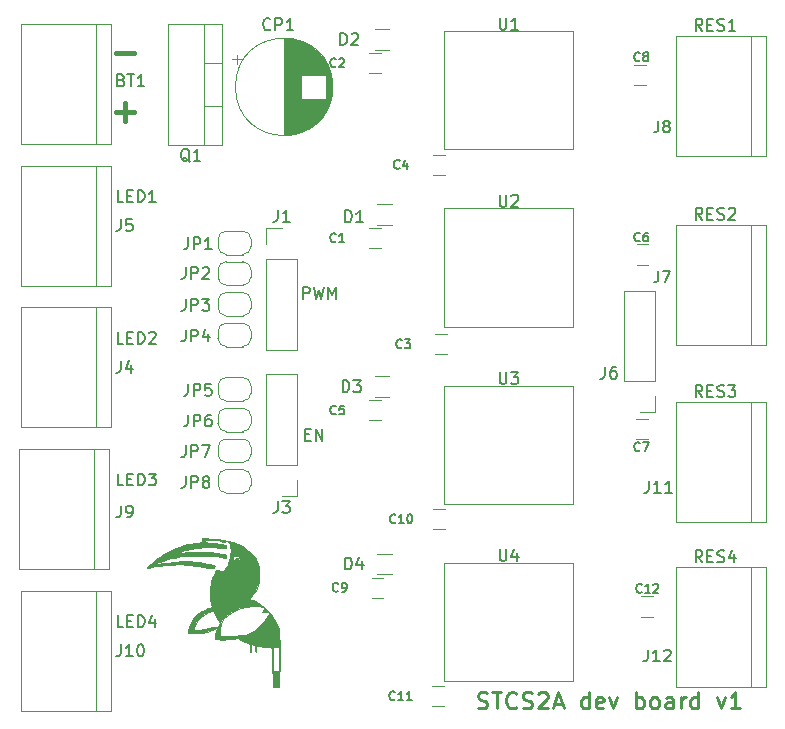
<source format=gto>
G04 #@! TF.GenerationSoftware,KiCad,Pcbnew,5.1.4-e60b266~84~ubuntu18.04.1*
G04 #@! TF.CreationDate,2019-08-12T22:35:42+05:30*
G04 #@! TF.ProjectId,STCS2A_driver_rev1,53544353-3241-45f6-9472-697665725f72,rev?*
G04 #@! TF.SameCoordinates,Original*
G04 #@! TF.FileFunction,Legend,Top*
G04 #@! TF.FilePolarity,Positive*
%FSLAX46Y46*%
G04 Gerber Fmt 4.6, Leading zero omitted, Abs format (unit mm)*
G04 Created by KiCad (PCBNEW 5.1.4-e60b266~84~ubuntu18.04.1) date 2019-08-12 22:35:42*
%MOMM*%
%LPD*%
G04 APERTURE LIST*
%ADD10C,0.150000*%
%ADD11C,0.400000*%
%ADD12C,0.270000*%
%ADD13C,0.120000*%
%ADD14C,0.010000*%
G04 APERTURE END LIST*
D10*
X74761904Y-80128571D02*
X75095238Y-80128571D01*
X75238095Y-80652380D02*
X74761904Y-80652380D01*
X74761904Y-79652380D01*
X75238095Y-79652380D01*
X75666666Y-80652380D02*
X75666666Y-79652380D01*
X76238095Y-80652380D01*
X76238095Y-79652380D01*
X74595238Y-68652380D02*
X74595238Y-67652380D01*
X74976190Y-67652380D01*
X75071428Y-67700000D01*
X75119047Y-67747619D01*
X75166666Y-67842857D01*
X75166666Y-67985714D01*
X75119047Y-68080952D01*
X75071428Y-68128571D01*
X74976190Y-68176190D01*
X74595238Y-68176190D01*
X75500000Y-67652380D02*
X75738095Y-68652380D01*
X75928571Y-67938095D01*
X76119047Y-68652380D01*
X76357142Y-67652380D01*
X76738095Y-68652380D02*
X76738095Y-67652380D01*
X77071428Y-68366666D01*
X77404761Y-67652380D01*
X77404761Y-68652380D01*
X108404761Y-90952380D02*
X108071428Y-90476190D01*
X107833333Y-90952380D02*
X107833333Y-89952380D01*
X108214285Y-89952380D01*
X108309523Y-90000000D01*
X108357142Y-90047619D01*
X108404761Y-90142857D01*
X108404761Y-90285714D01*
X108357142Y-90380952D01*
X108309523Y-90428571D01*
X108214285Y-90476190D01*
X107833333Y-90476190D01*
X108833333Y-90428571D02*
X109166666Y-90428571D01*
X109309523Y-90952380D02*
X108833333Y-90952380D01*
X108833333Y-89952380D01*
X109309523Y-89952380D01*
X109690476Y-90904761D02*
X109833333Y-90952380D01*
X110071428Y-90952380D01*
X110166666Y-90904761D01*
X110214285Y-90857142D01*
X110261904Y-90761904D01*
X110261904Y-90666666D01*
X110214285Y-90571428D01*
X110166666Y-90523809D01*
X110071428Y-90476190D01*
X109880952Y-90428571D01*
X109785714Y-90380952D01*
X109738095Y-90333333D01*
X109690476Y-90238095D01*
X109690476Y-90142857D01*
X109738095Y-90047619D01*
X109785714Y-90000000D01*
X109880952Y-89952380D01*
X110119047Y-89952380D01*
X110261904Y-90000000D01*
X111119047Y-90285714D02*
X111119047Y-90952380D01*
X110880952Y-89904761D02*
X110642857Y-90619047D01*
X111261904Y-90619047D01*
X108404761Y-76952380D02*
X108071428Y-76476190D01*
X107833333Y-76952380D02*
X107833333Y-75952380D01*
X108214285Y-75952380D01*
X108309523Y-76000000D01*
X108357142Y-76047619D01*
X108404761Y-76142857D01*
X108404761Y-76285714D01*
X108357142Y-76380952D01*
X108309523Y-76428571D01*
X108214285Y-76476190D01*
X107833333Y-76476190D01*
X108833333Y-76428571D02*
X109166666Y-76428571D01*
X109309523Y-76952380D02*
X108833333Y-76952380D01*
X108833333Y-75952380D01*
X109309523Y-75952380D01*
X109690476Y-76904761D02*
X109833333Y-76952380D01*
X110071428Y-76952380D01*
X110166666Y-76904761D01*
X110214285Y-76857142D01*
X110261904Y-76761904D01*
X110261904Y-76666666D01*
X110214285Y-76571428D01*
X110166666Y-76523809D01*
X110071428Y-76476190D01*
X109880952Y-76428571D01*
X109785714Y-76380952D01*
X109738095Y-76333333D01*
X109690476Y-76238095D01*
X109690476Y-76142857D01*
X109738095Y-76047619D01*
X109785714Y-76000000D01*
X109880952Y-75952380D01*
X110119047Y-75952380D01*
X110261904Y-76000000D01*
X110595238Y-75952380D02*
X111214285Y-75952380D01*
X110880952Y-76333333D01*
X111023809Y-76333333D01*
X111119047Y-76380952D01*
X111166666Y-76428571D01*
X111214285Y-76523809D01*
X111214285Y-76761904D01*
X111166666Y-76857142D01*
X111119047Y-76904761D01*
X111023809Y-76952380D01*
X110738095Y-76952380D01*
X110642857Y-76904761D01*
X110595238Y-76857142D01*
X108404761Y-61952380D02*
X108071428Y-61476190D01*
X107833333Y-61952380D02*
X107833333Y-60952380D01*
X108214285Y-60952380D01*
X108309523Y-61000000D01*
X108357142Y-61047619D01*
X108404761Y-61142857D01*
X108404761Y-61285714D01*
X108357142Y-61380952D01*
X108309523Y-61428571D01*
X108214285Y-61476190D01*
X107833333Y-61476190D01*
X108833333Y-61428571D02*
X109166666Y-61428571D01*
X109309523Y-61952380D02*
X108833333Y-61952380D01*
X108833333Y-60952380D01*
X109309523Y-60952380D01*
X109690476Y-61904761D02*
X109833333Y-61952380D01*
X110071428Y-61952380D01*
X110166666Y-61904761D01*
X110214285Y-61857142D01*
X110261904Y-61761904D01*
X110261904Y-61666666D01*
X110214285Y-61571428D01*
X110166666Y-61523809D01*
X110071428Y-61476190D01*
X109880952Y-61428571D01*
X109785714Y-61380952D01*
X109738095Y-61333333D01*
X109690476Y-61238095D01*
X109690476Y-61142857D01*
X109738095Y-61047619D01*
X109785714Y-61000000D01*
X109880952Y-60952380D01*
X110119047Y-60952380D01*
X110261904Y-61000000D01*
X110642857Y-61047619D02*
X110690476Y-61000000D01*
X110785714Y-60952380D01*
X111023809Y-60952380D01*
X111119047Y-61000000D01*
X111166666Y-61047619D01*
X111214285Y-61142857D01*
X111214285Y-61238095D01*
X111166666Y-61380952D01*
X110595238Y-61952380D01*
X111214285Y-61952380D01*
X108404761Y-45952380D02*
X108071428Y-45476190D01*
X107833333Y-45952380D02*
X107833333Y-44952380D01*
X108214285Y-44952380D01*
X108309523Y-45000000D01*
X108357142Y-45047619D01*
X108404761Y-45142857D01*
X108404761Y-45285714D01*
X108357142Y-45380952D01*
X108309523Y-45428571D01*
X108214285Y-45476190D01*
X107833333Y-45476190D01*
X108833333Y-45428571D02*
X109166666Y-45428571D01*
X109309523Y-45952380D02*
X108833333Y-45952380D01*
X108833333Y-44952380D01*
X109309523Y-44952380D01*
X109690476Y-45904761D02*
X109833333Y-45952380D01*
X110071428Y-45952380D01*
X110166666Y-45904761D01*
X110214285Y-45857142D01*
X110261904Y-45761904D01*
X110261904Y-45666666D01*
X110214285Y-45571428D01*
X110166666Y-45523809D01*
X110071428Y-45476190D01*
X109880952Y-45428571D01*
X109785714Y-45380952D01*
X109738095Y-45333333D01*
X109690476Y-45238095D01*
X109690476Y-45142857D01*
X109738095Y-45047619D01*
X109785714Y-45000000D01*
X109880952Y-44952380D01*
X110119047Y-44952380D01*
X110261904Y-45000000D01*
X111214285Y-45952380D02*
X110642857Y-45952380D01*
X110928571Y-45952380D02*
X110928571Y-44952380D01*
X110833333Y-45095238D01*
X110738095Y-45190476D01*
X110642857Y-45238095D01*
X59380952Y-96452380D02*
X58904761Y-96452380D01*
X58904761Y-95452380D01*
X59714285Y-95928571D02*
X60047619Y-95928571D01*
X60190476Y-96452380D02*
X59714285Y-96452380D01*
X59714285Y-95452380D01*
X60190476Y-95452380D01*
X60619047Y-96452380D02*
X60619047Y-95452380D01*
X60857142Y-95452380D01*
X61000000Y-95500000D01*
X61095238Y-95595238D01*
X61142857Y-95690476D01*
X61190476Y-95880952D01*
X61190476Y-96023809D01*
X61142857Y-96214285D01*
X61095238Y-96309523D01*
X61000000Y-96404761D01*
X60857142Y-96452380D01*
X60619047Y-96452380D01*
X62047619Y-95785714D02*
X62047619Y-96452380D01*
X61809523Y-95404761D02*
X61571428Y-96119047D01*
X62190476Y-96119047D01*
X59380952Y-84452380D02*
X58904761Y-84452380D01*
X58904761Y-83452380D01*
X59714285Y-83928571D02*
X60047619Y-83928571D01*
X60190476Y-84452380D02*
X59714285Y-84452380D01*
X59714285Y-83452380D01*
X60190476Y-83452380D01*
X60619047Y-84452380D02*
X60619047Y-83452380D01*
X60857142Y-83452380D01*
X61000000Y-83500000D01*
X61095238Y-83595238D01*
X61142857Y-83690476D01*
X61190476Y-83880952D01*
X61190476Y-84023809D01*
X61142857Y-84214285D01*
X61095238Y-84309523D01*
X61000000Y-84404761D01*
X60857142Y-84452380D01*
X60619047Y-84452380D01*
X61523809Y-83452380D02*
X62142857Y-83452380D01*
X61809523Y-83833333D01*
X61952380Y-83833333D01*
X62047619Y-83880952D01*
X62095238Y-83928571D01*
X62142857Y-84023809D01*
X62142857Y-84261904D01*
X62095238Y-84357142D01*
X62047619Y-84404761D01*
X61952380Y-84452380D01*
X61666666Y-84452380D01*
X61571428Y-84404761D01*
X61523809Y-84357142D01*
X59380952Y-72452380D02*
X58904761Y-72452380D01*
X58904761Y-71452380D01*
X59714285Y-71928571D02*
X60047619Y-71928571D01*
X60190476Y-72452380D02*
X59714285Y-72452380D01*
X59714285Y-71452380D01*
X60190476Y-71452380D01*
X60619047Y-72452380D02*
X60619047Y-71452380D01*
X60857142Y-71452380D01*
X61000000Y-71500000D01*
X61095238Y-71595238D01*
X61142857Y-71690476D01*
X61190476Y-71880952D01*
X61190476Y-72023809D01*
X61142857Y-72214285D01*
X61095238Y-72309523D01*
X61000000Y-72404761D01*
X60857142Y-72452380D01*
X60619047Y-72452380D01*
X61571428Y-71547619D02*
X61619047Y-71500000D01*
X61714285Y-71452380D01*
X61952380Y-71452380D01*
X62047619Y-71500000D01*
X62095238Y-71547619D01*
X62142857Y-71642857D01*
X62142857Y-71738095D01*
X62095238Y-71880952D01*
X61523809Y-72452380D01*
X62142857Y-72452380D01*
X59380952Y-60452380D02*
X58904761Y-60452380D01*
X58904761Y-59452380D01*
X59714285Y-59928571D02*
X60047619Y-59928571D01*
X60190476Y-60452380D02*
X59714285Y-60452380D01*
X59714285Y-59452380D01*
X60190476Y-59452380D01*
X60619047Y-60452380D02*
X60619047Y-59452380D01*
X60857142Y-59452380D01*
X61000000Y-59500000D01*
X61095238Y-59595238D01*
X61142857Y-59690476D01*
X61190476Y-59880952D01*
X61190476Y-60023809D01*
X61142857Y-60214285D01*
X61095238Y-60309523D01*
X61000000Y-60404761D01*
X60857142Y-60452380D01*
X60619047Y-60452380D01*
X62142857Y-60452380D02*
X61571428Y-60452380D01*
X61857142Y-60452380D02*
X61857142Y-59452380D01*
X61761904Y-59595238D01*
X61666666Y-59690476D01*
X61571428Y-59738095D01*
D11*
X58738095Y-52842857D02*
X60261904Y-52842857D01*
X59500000Y-53604761D02*
X59500000Y-52080952D01*
X58738095Y-47842857D02*
X60261904Y-47842857D01*
D12*
X89400000Y-103266666D02*
X89600000Y-103333333D01*
X89933333Y-103333333D01*
X90066666Y-103266666D01*
X90133333Y-103200000D01*
X90200000Y-103066666D01*
X90200000Y-102933333D01*
X90133333Y-102800000D01*
X90066666Y-102733333D01*
X89933333Y-102666666D01*
X89666666Y-102600000D01*
X89533333Y-102533333D01*
X89466666Y-102466666D01*
X89400000Y-102333333D01*
X89400000Y-102200000D01*
X89466666Y-102066666D01*
X89533333Y-102000000D01*
X89666666Y-101933333D01*
X90000000Y-101933333D01*
X90200000Y-102000000D01*
X90600000Y-101933333D02*
X91400000Y-101933333D01*
X91000000Y-103333333D02*
X91000000Y-101933333D01*
X92666666Y-103200000D02*
X92600000Y-103266666D01*
X92400000Y-103333333D01*
X92266666Y-103333333D01*
X92066666Y-103266666D01*
X91933333Y-103133333D01*
X91866666Y-103000000D01*
X91800000Y-102733333D01*
X91800000Y-102533333D01*
X91866666Y-102266666D01*
X91933333Y-102133333D01*
X92066666Y-102000000D01*
X92266666Y-101933333D01*
X92400000Y-101933333D01*
X92600000Y-102000000D01*
X92666666Y-102066666D01*
X93200000Y-103266666D02*
X93400000Y-103333333D01*
X93733333Y-103333333D01*
X93866666Y-103266666D01*
X93933333Y-103200000D01*
X94000000Y-103066666D01*
X94000000Y-102933333D01*
X93933333Y-102800000D01*
X93866666Y-102733333D01*
X93733333Y-102666666D01*
X93466666Y-102600000D01*
X93333333Y-102533333D01*
X93266666Y-102466666D01*
X93200000Y-102333333D01*
X93200000Y-102200000D01*
X93266666Y-102066666D01*
X93333333Y-102000000D01*
X93466666Y-101933333D01*
X93800000Y-101933333D01*
X94000000Y-102000000D01*
X94533333Y-102066666D02*
X94600000Y-102000000D01*
X94733333Y-101933333D01*
X95066666Y-101933333D01*
X95200000Y-102000000D01*
X95266666Y-102066666D01*
X95333333Y-102200000D01*
X95333333Y-102333333D01*
X95266666Y-102533333D01*
X94466666Y-103333333D01*
X95333333Y-103333333D01*
X95866666Y-102933333D02*
X96533333Y-102933333D01*
X95733333Y-103333333D02*
X96200000Y-101933333D01*
X96666666Y-103333333D01*
X98800000Y-103333333D02*
X98800000Y-101933333D01*
X98800000Y-103266666D02*
X98666666Y-103333333D01*
X98400000Y-103333333D01*
X98266666Y-103266666D01*
X98200000Y-103200000D01*
X98133333Y-103066666D01*
X98133333Y-102666666D01*
X98200000Y-102533333D01*
X98266666Y-102466666D01*
X98400000Y-102400000D01*
X98666666Y-102400000D01*
X98800000Y-102466666D01*
X100000000Y-103266666D02*
X99866666Y-103333333D01*
X99600000Y-103333333D01*
X99466666Y-103266666D01*
X99400000Y-103133333D01*
X99400000Y-102600000D01*
X99466666Y-102466666D01*
X99600000Y-102400000D01*
X99866666Y-102400000D01*
X100000000Y-102466666D01*
X100066666Y-102600000D01*
X100066666Y-102733333D01*
X99400000Y-102866666D01*
X100533333Y-102400000D02*
X100866666Y-103333333D01*
X101200000Y-102400000D01*
X102800000Y-103333333D02*
X102800000Y-101933333D01*
X102800000Y-102466666D02*
X102933333Y-102400000D01*
X103200000Y-102400000D01*
X103333333Y-102466666D01*
X103400000Y-102533333D01*
X103466666Y-102666666D01*
X103466666Y-103066666D01*
X103400000Y-103200000D01*
X103333333Y-103266666D01*
X103200000Y-103333333D01*
X102933333Y-103333333D01*
X102800000Y-103266666D01*
X104266666Y-103333333D02*
X104133333Y-103266666D01*
X104066666Y-103200000D01*
X103999999Y-103066666D01*
X103999999Y-102666666D01*
X104066666Y-102533333D01*
X104133333Y-102466666D01*
X104266666Y-102400000D01*
X104466666Y-102400000D01*
X104599999Y-102466666D01*
X104666666Y-102533333D01*
X104733333Y-102666666D01*
X104733333Y-103066666D01*
X104666666Y-103200000D01*
X104599999Y-103266666D01*
X104466666Y-103333333D01*
X104266666Y-103333333D01*
X105933333Y-103333333D02*
X105933333Y-102600000D01*
X105866666Y-102466666D01*
X105733333Y-102400000D01*
X105466666Y-102400000D01*
X105333333Y-102466666D01*
X105933333Y-103266666D02*
X105799999Y-103333333D01*
X105466666Y-103333333D01*
X105333333Y-103266666D01*
X105266666Y-103133333D01*
X105266666Y-103000000D01*
X105333333Y-102866666D01*
X105466666Y-102800000D01*
X105799999Y-102800000D01*
X105933333Y-102733333D01*
X106599999Y-103333333D02*
X106599999Y-102400000D01*
X106599999Y-102666666D02*
X106666666Y-102533333D01*
X106733333Y-102466666D01*
X106866666Y-102400000D01*
X106999999Y-102400000D01*
X108066666Y-103333333D02*
X108066666Y-101933333D01*
X108066666Y-103266666D02*
X107933333Y-103333333D01*
X107666666Y-103333333D01*
X107533333Y-103266666D01*
X107466666Y-103200000D01*
X107400000Y-103066666D01*
X107400000Y-102666666D01*
X107466666Y-102533333D01*
X107533333Y-102466666D01*
X107666666Y-102400000D01*
X107933333Y-102400000D01*
X108066666Y-102466666D01*
X109666666Y-102400000D02*
X110000000Y-103333333D01*
X110333333Y-102400000D01*
X111600000Y-103333333D02*
X110800000Y-103333333D01*
X111200000Y-103333333D02*
X111200000Y-101933333D01*
X111066666Y-102133333D01*
X110933333Y-102266666D01*
X110800000Y-102333333D01*
D13*
X97500000Y-86000000D02*
X86500000Y-86000000D01*
X97500000Y-76000000D02*
X97500000Y-86000000D01*
X86500000Y-76000000D02*
X97500000Y-76000000D01*
X86500000Y-86000000D02*
X86500000Y-76000000D01*
X68990302Y-47985000D02*
X68990302Y-48785000D01*
X68590302Y-48385000D02*
X69390302Y-48385000D01*
X77081000Y-50167000D02*
X77081000Y-51233000D01*
X77041000Y-49932000D02*
X77041000Y-51468000D01*
X77001000Y-49752000D02*
X77001000Y-51648000D01*
X76961000Y-49602000D02*
X76961000Y-51798000D01*
X76921000Y-49471000D02*
X76921000Y-51929000D01*
X76881000Y-49354000D02*
X76881000Y-52046000D01*
X76841000Y-49247000D02*
X76841000Y-52153000D01*
X76801000Y-49148000D02*
X76801000Y-52252000D01*
X76761000Y-49055000D02*
X76761000Y-52345000D01*
X76721000Y-48969000D02*
X76721000Y-52431000D01*
X76681000Y-48887000D02*
X76681000Y-52513000D01*
X76641000Y-48810000D02*
X76641000Y-52590000D01*
X76601000Y-48736000D02*
X76601000Y-52664000D01*
X76561000Y-48666000D02*
X76561000Y-52734000D01*
X76521000Y-51740000D02*
X76521000Y-52802000D01*
X76521000Y-48598000D02*
X76521000Y-49660000D01*
X76481000Y-51740000D02*
X76481000Y-52866000D01*
X76481000Y-48534000D02*
X76481000Y-49660000D01*
X76441000Y-51740000D02*
X76441000Y-52928000D01*
X76441000Y-48472000D02*
X76441000Y-49660000D01*
X76401000Y-51740000D02*
X76401000Y-52987000D01*
X76401000Y-48413000D02*
X76401000Y-49660000D01*
X76361000Y-51740000D02*
X76361000Y-53045000D01*
X76361000Y-48355000D02*
X76361000Y-49660000D01*
X76321000Y-51740000D02*
X76321000Y-53100000D01*
X76321000Y-48300000D02*
X76321000Y-49660000D01*
X76281000Y-51740000D02*
X76281000Y-53154000D01*
X76281000Y-48246000D02*
X76281000Y-49660000D01*
X76241000Y-51740000D02*
X76241000Y-53205000D01*
X76241000Y-48195000D02*
X76241000Y-49660000D01*
X76201000Y-51740000D02*
X76201000Y-53256000D01*
X76201000Y-48144000D02*
X76201000Y-49660000D01*
X76161000Y-51740000D02*
X76161000Y-53304000D01*
X76161000Y-48096000D02*
X76161000Y-49660000D01*
X76121000Y-51740000D02*
X76121000Y-53351000D01*
X76121000Y-48049000D02*
X76121000Y-49660000D01*
X76081000Y-51740000D02*
X76081000Y-53397000D01*
X76081000Y-48003000D02*
X76081000Y-49660000D01*
X76041000Y-51740000D02*
X76041000Y-53441000D01*
X76041000Y-47959000D02*
X76041000Y-49660000D01*
X76001000Y-51740000D02*
X76001000Y-53484000D01*
X76001000Y-47916000D02*
X76001000Y-49660000D01*
X75961000Y-51740000D02*
X75961000Y-53526000D01*
X75961000Y-47874000D02*
X75961000Y-49660000D01*
X75921000Y-51740000D02*
X75921000Y-53567000D01*
X75921000Y-47833000D02*
X75921000Y-49660000D01*
X75881000Y-51740000D02*
X75881000Y-53607000D01*
X75881000Y-47793000D02*
X75881000Y-49660000D01*
X75841000Y-51740000D02*
X75841000Y-53645000D01*
X75841000Y-47755000D02*
X75841000Y-49660000D01*
X75801000Y-51740000D02*
X75801000Y-53683000D01*
X75801000Y-47717000D02*
X75801000Y-49660000D01*
X75761000Y-51740000D02*
X75761000Y-53719000D01*
X75761000Y-47681000D02*
X75761000Y-49660000D01*
X75721000Y-51740000D02*
X75721000Y-53755000D01*
X75721000Y-47645000D02*
X75721000Y-49660000D01*
X75681000Y-51740000D02*
X75681000Y-53790000D01*
X75681000Y-47610000D02*
X75681000Y-49660000D01*
X75641000Y-51740000D02*
X75641000Y-53824000D01*
X75641000Y-47576000D02*
X75641000Y-49660000D01*
X75601000Y-51740000D02*
X75601000Y-53856000D01*
X75601000Y-47544000D02*
X75601000Y-49660000D01*
X75561000Y-51740000D02*
X75561000Y-53889000D01*
X75561000Y-47511000D02*
X75561000Y-49660000D01*
X75521000Y-51740000D02*
X75521000Y-53920000D01*
X75521000Y-47480000D02*
X75521000Y-49660000D01*
X75481000Y-51740000D02*
X75481000Y-53950000D01*
X75481000Y-47450000D02*
X75481000Y-49660000D01*
X75441000Y-51740000D02*
X75441000Y-53980000D01*
X75441000Y-47420000D02*
X75441000Y-49660000D01*
X75401000Y-51740000D02*
X75401000Y-54009000D01*
X75401000Y-47391000D02*
X75401000Y-49660000D01*
X75361000Y-51740000D02*
X75361000Y-54038000D01*
X75361000Y-47362000D02*
X75361000Y-49660000D01*
X75321000Y-51740000D02*
X75321000Y-54065000D01*
X75321000Y-47335000D02*
X75321000Y-49660000D01*
X75281000Y-51740000D02*
X75281000Y-54092000D01*
X75281000Y-47308000D02*
X75281000Y-49660000D01*
X75241000Y-51740000D02*
X75241000Y-54118000D01*
X75241000Y-47282000D02*
X75241000Y-49660000D01*
X75201000Y-51740000D02*
X75201000Y-54144000D01*
X75201000Y-47256000D02*
X75201000Y-49660000D01*
X75161000Y-51740000D02*
X75161000Y-54169000D01*
X75161000Y-47231000D02*
X75161000Y-49660000D01*
X75121000Y-51740000D02*
X75121000Y-54193000D01*
X75121000Y-47207000D02*
X75121000Y-49660000D01*
X75081000Y-51740000D02*
X75081000Y-54217000D01*
X75081000Y-47183000D02*
X75081000Y-49660000D01*
X75041000Y-51740000D02*
X75041000Y-54240000D01*
X75041000Y-47160000D02*
X75041000Y-49660000D01*
X75001000Y-51740000D02*
X75001000Y-54262000D01*
X75001000Y-47138000D02*
X75001000Y-49660000D01*
X74961000Y-51740000D02*
X74961000Y-54284000D01*
X74961000Y-47116000D02*
X74961000Y-49660000D01*
X74921000Y-51740000D02*
X74921000Y-54306000D01*
X74921000Y-47094000D02*
X74921000Y-49660000D01*
X74881000Y-51740000D02*
X74881000Y-54327000D01*
X74881000Y-47073000D02*
X74881000Y-49660000D01*
X74841000Y-51740000D02*
X74841000Y-54347000D01*
X74841000Y-47053000D02*
X74841000Y-49660000D01*
X74801000Y-51740000D02*
X74801000Y-54366000D01*
X74801000Y-47034000D02*
X74801000Y-49660000D01*
X74761000Y-51740000D02*
X74761000Y-54386000D01*
X74761000Y-47014000D02*
X74761000Y-49660000D01*
X74721000Y-51740000D02*
X74721000Y-54404000D01*
X74721000Y-46996000D02*
X74721000Y-49660000D01*
X74681000Y-51740000D02*
X74681000Y-54422000D01*
X74681000Y-46978000D02*
X74681000Y-49660000D01*
X74641000Y-51740000D02*
X74641000Y-54440000D01*
X74641000Y-46960000D02*
X74641000Y-49660000D01*
X74601000Y-51740000D02*
X74601000Y-54457000D01*
X74601000Y-46943000D02*
X74601000Y-49660000D01*
X74561000Y-51740000D02*
X74561000Y-54474000D01*
X74561000Y-46926000D02*
X74561000Y-49660000D01*
X74521000Y-51740000D02*
X74521000Y-54490000D01*
X74521000Y-46910000D02*
X74521000Y-49660000D01*
X74481000Y-51740000D02*
X74481000Y-54505000D01*
X74481000Y-46895000D02*
X74481000Y-49660000D01*
X74441000Y-46879000D02*
X74441000Y-54521000D01*
X74401000Y-46865000D02*
X74401000Y-54535000D01*
X74361000Y-46850000D02*
X74361000Y-54550000D01*
X74321000Y-46837000D02*
X74321000Y-54563000D01*
X74281000Y-46823000D02*
X74281000Y-54577000D01*
X74241000Y-46811000D02*
X74241000Y-54589000D01*
X74201000Y-46798000D02*
X74201000Y-54602000D01*
X74161000Y-46786000D02*
X74161000Y-54614000D01*
X74121000Y-46775000D02*
X74121000Y-54625000D01*
X74081000Y-46764000D02*
X74081000Y-54636000D01*
X74041000Y-46753000D02*
X74041000Y-54647000D01*
X74001000Y-46743000D02*
X74001000Y-54657000D01*
X73961000Y-46733000D02*
X73961000Y-54667000D01*
X73921000Y-46724000D02*
X73921000Y-54676000D01*
X73881000Y-46715000D02*
X73881000Y-54685000D01*
X73841000Y-46706000D02*
X73841000Y-54694000D01*
X73801000Y-46698000D02*
X73801000Y-54702000D01*
X73761000Y-46690000D02*
X73761000Y-54710000D01*
X73721000Y-46683000D02*
X73721000Y-54717000D01*
X73680000Y-46676000D02*
X73680000Y-54724000D01*
X73640000Y-46670000D02*
X73640000Y-54730000D01*
X73600000Y-46663000D02*
X73600000Y-54737000D01*
X73560000Y-46658000D02*
X73560000Y-54742000D01*
X73520000Y-46652000D02*
X73520000Y-54748000D01*
X73480000Y-46648000D02*
X73480000Y-54752000D01*
X73440000Y-46643000D02*
X73440000Y-54757000D01*
X73400000Y-46639000D02*
X73400000Y-54761000D01*
X73360000Y-46635000D02*
X73360000Y-54765000D01*
X73320000Y-46632000D02*
X73320000Y-54768000D01*
X73280000Y-46629000D02*
X73280000Y-54771000D01*
X73240000Y-46626000D02*
X73240000Y-54774000D01*
X73200000Y-46624000D02*
X73200000Y-54776000D01*
X73160000Y-46623000D02*
X73160000Y-54777000D01*
X73120000Y-46621000D02*
X73120000Y-54779000D01*
X73080000Y-46620000D02*
X73080000Y-54780000D01*
X73040000Y-46620000D02*
X73040000Y-54780000D01*
X73000000Y-46620000D02*
X73000000Y-54780000D01*
X77120000Y-50700000D02*
G75*
G03X77120000Y-50700000I-4120000J0D01*
G01*
D14*
G36*
X66373348Y-88896466D02*
G01*
X66446362Y-88913616D01*
X66455715Y-88923806D01*
X66497979Y-88937710D01*
X66612429Y-88948991D01*
X66780547Y-88956331D01*
X66943304Y-88958484D01*
X67373730Y-88979364D01*
X67829996Y-89037289D01*
X68283289Y-89126592D01*
X68704796Y-89241601D01*
X69063444Y-89375641D01*
X69490790Y-89602828D01*
X69885341Y-89884719D01*
X70223935Y-90203689D01*
X70354606Y-90358125D01*
X70496427Y-90548131D01*
X70602953Y-90714901D01*
X70692050Y-90890244D01*
X70781583Y-91105973D01*
X70796858Y-91145619D01*
X70844028Y-91277158D01*
X70876530Y-91395599D01*
X70897020Y-91521019D01*
X70908152Y-91673497D01*
X70912580Y-91873112D01*
X70913124Y-92025000D01*
X70911451Y-92262942D01*
X70904668Y-92441593D01*
X70890130Y-92581010D01*
X70865192Y-92701248D01*
X70827209Y-92822362D01*
X70797306Y-92903145D01*
X70693153Y-93155429D01*
X70587050Y-93361142D01*
X70460175Y-93551702D01*
X70293703Y-93758529D01*
X70264424Y-93792585D01*
X70161434Y-93914388D01*
X70085742Y-94009204D01*
X70049249Y-94061904D01*
X70048046Y-94067686D01*
X70093191Y-94087527D01*
X70197790Y-94130233D01*
X70328166Y-94182188D01*
X70687096Y-94353850D01*
X71052805Y-94582572D01*
X71401626Y-94850645D01*
X71709895Y-95140357D01*
X71895579Y-95355147D01*
X72177185Y-95765429D01*
X72385718Y-96182756D01*
X72535259Y-96636197D01*
X72555502Y-96717599D01*
X72576351Y-96850805D01*
X72593676Y-97056211D01*
X72607404Y-97326701D01*
X72617465Y-97655159D01*
X72623784Y-98034467D01*
X72626289Y-98457508D01*
X72624909Y-98917167D01*
X72619571Y-99406326D01*
X72610202Y-99917868D01*
X72596731Y-100444678D01*
X72594246Y-100528046D01*
X72564403Y-101510312D01*
X72049169Y-101510312D01*
X72019326Y-100528046D01*
X72010446Y-100204944D01*
X72002609Y-99860789D01*
X71996233Y-99518838D01*
X71991735Y-99202343D01*
X71989535Y-98934560D01*
X71989384Y-98863603D01*
X71989286Y-98181426D01*
X71796518Y-98160940D01*
X71658399Y-98146303D01*
X71569209Y-98136875D01*
X72080000Y-98136875D01*
X72080000Y-100160937D01*
X72533572Y-100160937D01*
X72533572Y-98136875D01*
X72080000Y-98136875D01*
X71569209Y-98136875D01*
X71467096Y-98126081D01*
X71259488Y-98104171D01*
X71218215Y-98099820D01*
X71027959Y-98078101D01*
X70862222Y-98056202D01*
X70749594Y-98037990D01*
X70730625Y-98033870D01*
X70676211Y-98024814D01*
X70645659Y-98042346D01*
X70632098Y-98102443D01*
X70628658Y-98221080D01*
X70628572Y-98271152D01*
X70622265Y-98407776D01*
X70605510Y-98501522D01*
X70583215Y-98533750D01*
X70559864Y-98497090D01*
X70543758Y-98399044D01*
X70537858Y-98259819D01*
X70536157Y-98115402D01*
X70524979Y-98030102D01*
X70495210Y-97983661D01*
X70437737Y-97955822D01*
X70395018Y-97942319D01*
X70293567Y-97912678D01*
X70237906Y-97898877D01*
X70236268Y-97898750D01*
X70228879Y-97935304D01*
X70223315Y-98032446D01*
X70220517Y-98171390D01*
X70220358Y-98216250D01*
X70217153Y-98379156D01*
X70205526Y-98476922D01*
X70182457Y-98523642D01*
X70152322Y-98533750D01*
X70118225Y-98519297D01*
X70097394Y-98466705D01*
X70087018Y-98362118D01*
X70084286Y-98198315D01*
X70084286Y-97862880D01*
X69698149Y-97704549D01*
X69508912Y-97623693D01*
X69334782Y-97543587D01*
X69203972Y-97477412D01*
X69170091Y-97457793D01*
X69075211Y-97405537D01*
X68993655Y-97389354D01*
X68884559Y-97404857D01*
X68819175Y-97420132D01*
X68662846Y-97446478D01*
X68442297Y-97468691D01*
X68183954Y-97485629D01*
X67914246Y-97496149D01*
X67659602Y-97499109D01*
X67446450Y-97493367D01*
X67339920Y-97484071D01*
X67124295Y-97455778D01*
X67154523Y-97197614D01*
X67186038Y-97020725D01*
X67235087Y-96839298D01*
X67247273Y-96806133D01*
X67562090Y-96806133D01*
X67568501Y-96975749D01*
X67579050Y-97082574D01*
X67598954Y-97143183D01*
X67633429Y-97174154D01*
X67683160Y-97190894D01*
X67806416Y-97205736D01*
X67949840Y-97201503D01*
X67952500Y-97201199D01*
X68049112Y-97193945D01*
X68218148Y-97185338D01*
X68441352Y-97176141D01*
X68700466Y-97167119D01*
X68927679Y-97160368D01*
X69221378Y-97151741D01*
X69440088Y-97142997D01*
X69599510Y-97132211D01*
X69715348Y-97117461D01*
X69803301Y-97096821D01*
X69879073Y-97068367D01*
X69948215Y-97035301D01*
X70460132Y-96735917D01*
X70901495Y-96387553D01*
X71275886Y-95986964D01*
X71559399Y-95577665D01*
X71772444Y-95221112D01*
X71621423Y-95167192D01*
X71431453Y-95132312D01*
X71294703Y-95137855D01*
X71119004Y-95162439D01*
X71213967Y-95056804D01*
X71297854Y-94940660D01*
X71311450Y-94850352D01*
X71249950Y-94781188D01*
X71108547Y-94728474D01*
X70882435Y-94687517D01*
X70828718Y-94680580D01*
X70310883Y-94656367D01*
X69795548Y-94709811D01*
X69290119Y-94839310D01*
X68801996Y-95043263D01*
X68573664Y-95168533D01*
X68218936Y-95404703D01*
X67947939Y-95646529D01*
X67753892Y-95904989D01*
X67630015Y-96191058D01*
X67569529Y-96515713D01*
X67562090Y-96806133D01*
X67247273Y-96806133D01*
X67272728Y-96736856D01*
X67325889Y-96597442D01*
X67334238Y-96523371D01*
X67297018Y-96510603D01*
X67235950Y-96540547D01*
X66862762Y-96727488D01*
X66431757Y-96865449D01*
X65959852Y-96950438D01*
X65463966Y-96978466D01*
X65383857Y-96977406D01*
X64890893Y-96966093D01*
X64901400Y-96721481D01*
X64934311Y-96531209D01*
X65331589Y-96531209D01*
X65343977Y-96610777D01*
X65417452Y-96652101D01*
X65563904Y-96666397D01*
X65649202Y-96667043D01*
X65861843Y-96656759D01*
X66091159Y-96632025D01*
X66206250Y-96613414D01*
X66390521Y-96572339D01*
X66570079Y-96523233D01*
X66659822Y-96493488D01*
X66898222Y-96441746D01*
X67134883Y-96434993D01*
X67428515Y-96444190D01*
X67495225Y-96256232D01*
X67532488Y-96137620D01*
X67536774Y-96060899D01*
X67506935Y-95993630D01*
X67484795Y-95961559D01*
X67402275Y-95834900D01*
X67300913Y-95661389D01*
X67195550Y-95467872D01*
X67101027Y-95281199D01*
X67059510Y-95192227D01*
X66976138Y-95005861D01*
X66773881Y-95085096D01*
X66650938Y-95137258D01*
X66566537Y-95180488D01*
X66547687Y-95194706D01*
X66499322Y-95232426D01*
X66400296Y-95297218D01*
X66315566Y-95348982D01*
X65996416Y-95574740D01*
X65720200Y-95841067D01*
X65502928Y-96130158D01*
X65368402Y-96402183D01*
X65331589Y-96531209D01*
X64934311Y-96531209D01*
X64957461Y-96397373D01*
X65093646Y-96066046D01*
X65302662Y-95741486D01*
X65564634Y-95449673D01*
X65768853Y-95278291D01*
X66016134Y-95108065D01*
X66278970Y-94955448D01*
X66529850Y-94836898D01*
X66675083Y-94785436D01*
X66893492Y-94721961D01*
X66830752Y-94474808D01*
X66760760Y-94075045D01*
X66737947Y-93634236D01*
X66760289Y-93176186D01*
X66825762Y-92724699D01*
X66932343Y-92303579D01*
X67039555Y-92018570D01*
X67123319Y-91829077D01*
X67185644Y-91703500D01*
X67242185Y-91633321D01*
X67308600Y-91610021D01*
X67400543Y-91625082D01*
X67533671Y-91669985D01*
X67622211Y-91701541D01*
X67858886Y-91784716D01*
X68021746Y-91541573D01*
X68220243Y-91183254D01*
X68365078Y-90790441D01*
X68402137Y-90618274D01*
X68642856Y-90618274D01*
X68658420Y-90745952D01*
X68759794Y-90859292D01*
X68836965Y-90905502D01*
X68911971Y-90940263D01*
X68968103Y-90945108D01*
X69041420Y-90916092D01*
X69120447Y-90874497D01*
X69236189Y-90774735D01*
X69269855Y-90651253D01*
X69219199Y-90518027D01*
X69184572Y-90475359D01*
X69065676Y-90402964D01*
X68919838Y-90388577D01*
X68781198Y-90431519D01*
X68715530Y-90484680D01*
X68642856Y-90618274D01*
X68402137Y-90618274D01*
X68453001Y-90381979D01*
X68480768Y-89976711D01*
X68445132Y-89593481D01*
X68393192Y-89385781D01*
X68350471Y-89279092D01*
X68306162Y-89207708D01*
X68294887Y-89197873D01*
X68194858Y-89169052D01*
X68090687Y-89181371D01*
X68025781Y-89229465D01*
X68024966Y-89231240D01*
X67964501Y-89272551D01*
X67853026Y-89263300D01*
X67706512Y-89206461D01*
X67615088Y-89154939D01*
X67546513Y-89117630D01*
X67469985Y-89092815D01*
X67366021Y-89078035D01*
X67215136Y-89070830D01*
X66997845Y-89068742D01*
X66931965Y-89068730D01*
X66696213Y-89070209D01*
X66530275Y-89076092D01*
X66413268Y-89089233D01*
X66324310Y-89112488D01*
X66242516Y-89148711D01*
X66206250Y-89167949D01*
X66024822Y-89266718D01*
X66365000Y-89275498D01*
X66619766Y-89287426D01*
X66899896Y-89309441D01*
X67187349Y-89339164D01*
X67464083Y-89374217D01*
X67712056Y-89412221D01*
X67913229Y-89450799D01*
X68049559Y-89487572D01*
X68083341Y-89502014D01*
X68107255Y-89559545D01*
X68087961Y-89625311D01*
X68067389Y-89697342D01*
X68078355Y-89724331D01*
X68073392Y-89741143D01*
X68032422Y-89765723D01*
X67945228Y-89782501D01*
X67793449Y-89772665D01*
X67612133Y-89744194D01*
X66990286Y-89667534D01*
X66344276Y-89659012D01*
X65666668Y-89718857D01*
X65068172Y-89822012D01*
X64810425Y-89881157D01*
X64574707Y-89945710D01*
X64374505Y-90010875D01*
X64223307Y-90071854D01*
X64134600Y-90123847D01*
X64119642Y-90159433D01*
X64168576Y-90186257D01*
X64182339Y-90182515D01*
X64269181Y-90159202D01*
X64431299Y-90137359D01*
X64653257Y-90117651D01*
X64919622Y-90100742D01*
X65214959Y-90087295D01*
X65523833Y-90077975D01*
X65830811Y-90073446D01*
X66120458Y-90074372D01*
X66377340Y-90081418D01*
X66448686Y-90084992D01*
X66669313Y-90100744D01*
X66916955Y-90123624D01*
X67174699Y-90151455D01*
X67425634Y-90182058D01*
X67652850Y-90213257D01*
X67839434Y-90242875D01*
X67968475Y-90268733D01*
X68022096Y-90287573D01*
X68040274Y-90329163D01*
X68071165Y-90419084D01*
X68080995Y-90450030D01*
X68108227Y-90546724D01*
X68100368Y-90585884D01*
X68046488Y-90586483D01*
X68006364Y-90579595D01*
X67631816Y-90514289D01*
X67317530Y-90465146D01*
X67038269Y-90429962D01*
X66768799Y-90406532D01*
X66483883Y-90392653D01*
X66158287Y-90386119D01*
X65775358Y-90384719D01*
X65388454Y-90386718D01*
X65070441Y-90393180D01*
X64799543Y-90405956D01*
X64553987Y-90426893D01*
X64311996Y-90457842D01*
X64051796Y-90500651D01*
X63756965Y-90556124D01*
X63445720Y-90625193D01*
X63106153Y-90714229D01*
X62775090Y-90812798D01*
X62489361Y-90910470D01*
X62441608Y-90928701D01*
X62124108Y-91052656D01*
X62282858Y-91074574D01*
X62402902Y-91081067D01*
X62485759Y-91067871D01*
X62491138Y-91064997D01*
X62549722Y-91047559D01*
X62562363Y-91052483D01*
X62613075Y-91053276D01*
X62733310Y-91040613D01*
X62903698Y-91016844D01*
X63057118Y-90992415D01*
X63746592Y-90897685D01*
X64371353Y-90854608D01*
X64929635Y-90863292D01*
X65045583Y-90872361D01*
X65441802Y-90913789D01*
X65824776Y-90963979D01*
X66170938Y-91019418D01*
X66456720Y-91076593D01*
X66523750Y-91092697D01*
X66703406Y-91136660D01*
X66885980Y-91179306D01*
X66943881Y-91192243D01*
X67061754Y-91222954D01*
X67107350Y-91253970D01*
X67097889Y-91298560D01*
X67092888Y-91307072D01*
X67066188Y-91373826D01*
X67070728Y-91398970D01*
X67061241Y-91436281D01*
X67035114Y-91459944D01*
X66971383Y-91474283D01*
X66846411Y-91464111D01*
X66650123Y-91428330D01*
X66553781Y-91407578D01*
X65727628Y-91254148D01*
X64904913Y-91159425D01*
X64103319Y-91124860D01*
X63392761Y-91147943D01*
X62886827Y-91190870D01*
X62449428Y-91242030D01*
X62058590Y-91304368D01*
X61744824Y-91368738D01*
X61589343Y-91400135D01*
X61466299Y-91417967D01*
X61406314Y-91418768D01*
X61411431Y-91386506D01*
X61475007Y-91311816D01*
X61586321Y-91203616D01*
X61734656Y-91070824D01*
X61909291Y-90922359D01*
X62099507Y-90767138D01*
X62294585Y-90614081D01*
X62483806Y-90472106D01*
X62656451Y-90350131D01*
X62801801Y-90257074D01*
X62804465Y-90255506D01*
X63132432Y-90076151D01*
X63489964Y-89903563D01*
X63852676Y-89748115D01*
X64196181Y-89620179D01*
X64496093Y-89530129D01*
X64528036Y-89522352D01*
X64877295Y-89443897D01*
X65164580Y-89388931D01*
X65412940Y-89353274D01*
X65522385Y-89342032D01*
X65765234Y-89305154D01*
X65928464Y-89242512D01*
X66019926Y-89149377D01*
X66047500Y-89025713D01*
X66052045Y-88942130D01*
X66082138Y-88902550D01*
X66162462Y-88890523D01*
X66251608Y-88889687D01*
X66373348Y-88896466D01*
X66373348Y-88896466D01*
G37*
X66373348Y-88896466D02*
X66446362Y-88913616D01*
X66455715Y-88923806D01*
X66497979Y-88937710D01*
X66612429Y-88948991D01*
X66780547Y-88956331D01*
X66943304Y-88958484D01*
X67373730Y-88979364D01*
X67829996Y-89037289D01*
X68283289Y-89126592D01*
X68704796Y-89241601D01*
X69063444Y-89375641D01*
X69490790Y-89602828D01*
X69885341Y-89884719D01*
X70223935Y-90203689D01*
X70354606Y-90358125D01*
X70496427Y-90548131D01*
X70602953Y-90714901D01*
X70692050Y-90890244D01*
X70781583Y-91105973D01*
X70796858Y-91145619D01*
X70844028Y-91277158D01*
X70876530Y-91395599D01*
X70897020Y-91521019D01*
X70908152Y-91673497D01*
X70912580Y-91873112D01*
X70913124Y-92025000D01*
X70911451Y-92262942D01*
X70904668Y-92441593D01*
X70890130Y-92581010D01*
X70865192Y-92701248D01*
X70827209Y-92822362D01*
X70797306Y-92903145D01*
X70693153Y-93155429D01*
X70587050Y-93361142D01*
X70460175Y-93551702D01*
X70293703Y-93758529D01*
X70264424Y-93792585D01*
X70161434Y-93914388D01*
X70085742Y-94009204D01*
X70049249Y-94061904D01*
X70048046Y-94067686D01*
X70093191Y-94087527D01*
X70197790Y-94130233D01*
X70328166Y-94182188D01*
X70687096Y-94353850D01*
X71052805Y-94582572D01*
X71401626Y-94850645D01*
X71709895Y-95140357D01*
X71895579Y-95355147D01*
X72177185Y-95765429D01*
X72385718Y-96182756D01*
X72535259Y-96636197D01*
X72555502Y-96717599D01*
X72576351Y-96850805D01*
X72593676Y-97056211D01*
X72607404Y-97326701D01*
X72617465Y-97655159D01*
X72623784Y-98034467D01*
X72626289Y-98457508D01*
X72624909Y-98917167D01*
X72619571Y-99406326D01*
X72610202Y-99917868D01*
X72596731Y-100444678D01*
X72594246Y-100528046D01*
X72564403Y-101510312D01*
X72049169Y-101510312D01*
X72019326Y-100528046D01*
X72010446Y-100204944D01*
X72002609Y-99860789D01*
X71996233Y-99518838D01*
X71991735Y-99202343D01*
X71989535Y-98934560D01*
X71989384Y-98863603D01*
X71989286Y-98181426D01*
X71796518Y-98160940D01*
X71658399Y-98146303D01*
X71569209Y-98136875D01*
X72080000Y-98136875D01*
X72080000Y-100160937D01*
X72533572Y-100160937D01*
X72533572Y-98136875D01*
X72080000Y-98136875D01*
X71569209Y-98136875D01*
X71467096Y-98126081D01*
X71259488Y-98104171D01*
X71218215Y-98099820D01*
X71027959Y-98078101D01*
X70862222Y-98056202D01*
X70749594Y-98037990D01*
X70730625Y-98033870D01*
X70676211Y-98024814D01*
X70645659Y-98042346D01*
X70632098Y-98102443D01*
X70628658Y-98221080D01*
X70628572Y-98271152D01*
X70622265Y-98407776D01*
X70605510Y-98501522D01*
X70583215Y-98533750D01*
X70559864Y-98497090D01*
X70543758Y-98399044D01*
X70537858Y-98259819D01*
X70536157Y-98115402D01*
X70524979Y-98030102D01*
X70495210Y-97983661D01*
X70437737Y-97955822D01*
X70395018Y-97942319D01*
X70293567Y-97912678D01*
X70237906Y-97898877D01*
X70236268Y-97898750D01*
X70228879Y-97935304D01*
X70223315Y-98032446D01*
X70220517Y-98171390D01*
X70220358Y-98216250D01*
X70217153Y-98379156D01*
X70205526Y-98476922D01*
X70182457Y-98523642D01*
X70152322Y-98533750D01*
X70118225Y-98519297D01*
X70097394Y-98466705D01*
X70087018Y-98362118D01*
X70084286Y-98198315D01*
X70084286Y-97862880D01*
X69698149Y-97704549D01*
X69508912Y-97623693D01*
X69334782Y-97543587D01*
X69203972Y-97477412D01*
X69170091Y-97457793D01*
X69075211Y-97405537D01*
X68993655Y-97389354D01*
X68884559Y-97404857D01*
X68819175Y-97420132D01*
X68662846Y-97446478D01*
X68442297Y-97468691D01*
X68183954Y-97485629D01*
X67914246Y-97496149D01*
X67659602Y-97499109D01*
X67446450Y-97493367D01*
X67339920Y-97484071D01*
X67124295Y-97455778D01*
X67154523Y-97197614D01*
X67186038Y-97020725D01*
X67235087Y-96839298D01*
X67247273Y-96806133D01*
X67562090Y-96806133D01*
X67568501Y-96975749D01*
X67579050Y-97082574D01*
X67598954Y-97143183D01*
X67633429Y-97174154D01*
X67683160Y-97190894D01*
X67806416Y-97205736D01*
X67949840Y-97201503D01*
X67952500Y-97201199D01*
X68049112Y-97193945D01*
X68218148Y-97185338D01*
X68441352Y-97176141D01*
X68700466Y-97167119D01*
X68927679Y-97160368D01*
X69221378Y-97151741D01*
X69440088Y-97142997D01*
X69599510Y-97132211D01*
X69715348Y-97117461D01*
X69803301Y-97096821D01*
X69879073Y-97068367D01*
X69948215Y-97035301D01*
X70460132Y-96735917D01*
X70901495Y-96387553D01*
X71275886Y-95986964D01*
X71559399Y-95577665D01*
X71772444Y-95221112D01*
X71621423Y-95167192D01*
X71431453Y-95132312D01*
X71294703Y-95137855D01*
X71119004Y-95162439D01*
X71213967Y-95056804D01*
X71297854Y-94940660D01*
X71311450Y-94850352D01*
X71249950Y-94781188D01*
X71108547Y-94728474D01*
X70882435Y-94687517D01*
X70828718Y-94680580D01*
X70310883Y-94656367D01*
X69795548Y-94709811D01*
X69290119Y-94839310D01*
X68801996Y-95043263D01*
X68573664Y-95168533D01*
X68218936Y-95404703D01*
X67947939Y-95646529D01*
X67753892Y-95904989D01*
X67630015Y-96191058D01*
X67569529Y-96515713D01*
X67562090Y-96806133D01*
X67247273Y-96806133D01*
X67272728Y-96736856D01*
X67325889Y-96597442D01*
X67334238Y-96523371D01*
X67297018Y-96510603D01*
X67235950Y-96540547D01*
X66862762Y-96727488D01*
X66431757Y-96865449D01*
X65959852Y-96950438D01*
X65463966Y-96978466D01*
X65383857Y-96977406D01*
X64890893Y-96966093D01*
X64901400Y-96721481D01*
X64934311Y-96531209D01*
X65331589Y-96531209D01*
X65343977Y-96610777D01*
X65417452Y-96652101D01*
X65563904Y-96666397D01*
X65649202Y-96667043D01*
X65861843Y-96656759D01*
X66091159Y-96632025D01*
X66206250Y-96613414D01*
X66390521Y-96572339D01*
X66570079Y-96523233D01*
X66659822Y-96493488D01*
X66898222Y-96441746D01*
X67134883Y-96434993D01*
X67428515Y-96444190D01*
X67495225Y-96256232D01*
X67532488Y-96137620D01*
X67536774Y-96060899D01*
X67506935Y-95993630D01*
X67484795Y-95961559D01*
X67402275Y-95834900D01*
X67300913Y-95661389D01*
X67195550Y-95467872D01*
X67101027Y-95281199D01*
X67059510Y-95192227D01*
X66976138Y-95005861D01*
X66773881Y-95085096D01*
X66650938Y-95137258D01*
X66566537Y-95180488D01*
X66547687Y-95194706D01*
X66499322Y-95232426D01*
X66400296Y-95297218D01*
X66315566Y-95348982D01*
X65996416Y-95574740D01*
X65720200Y-95841067D01*
X65502928Y-96130158D01*
X65368402Y-96402183D01*
X65331589Y-96531209D01*
X64934311Y-96531209D01*
X64957461Y-96397373D01*
X65093646Y-96066046D01*
X65302662Y-95741486D01*
X65564634Y-95449673D01*
X65768853Y-95278291D01*
X66016134Y-95108065D01*
X66278970Y-94955448D01*
X66529850Y-94836898D01*
X66675083Y-94785436D01*
X66893492Y-94721961D01*
X66830752Y-94474808D01*
X66760760Y-94075045D01*
X66737947Y-93634236D01*
X66760289Y-93176186D01*
X66825762Y-92724699D01*
X66932343Y-92303579D01*
X67039555Y-92018570D01*
X67123319Y-91829077D01*
X67185644Y-91703500D01*
X67242185Y-91633321D01*
X67308600Y-91610021D01*
X67400543Y-91625082D01*
X67533671Y-91669985D01*
X67622211Y-91701541D01*
X67858886Y-91784716D01*
X68021746Y-91541573D01*
X68220243Y-91183254D01*
X68365078Y-90790441D01*
X68402137Y-90618274D01*
X68642856Y-90618274D01*
X68658420Y-90745952D01*
X68759794Y-90859292D01*
X68836965Y-90905502D01*
X68911971Y-90940263D01*
X68968103Y-90945108D01*
X69041420Y-90916092D01*
X69120447Y-90874497D01*
X69236189Y-90774735D01*
X69269855Y-90651253D01*
X69219199Y-90518027D01*
X69184572Y-90475359D01*
X69065676Y-90402964D01*
X68919838Y-90388577D01*
X68781198Y-90431519D01*
X68715530Y-90484680D01*
X68642856Y-90618274D01*
X68402137Y-90618274D01*
X68453001Y-90381979D01*
X68480768Y-89976711D01*
X68445132Y-89593481D01*
X68393192Y-89385781D01*
X68350471Y-89279092D01*
X68306162Y-89207708D01*
X68294887Y-89197873D01*
X68194858Y-89169052D01*
X68090687Y-89181371D01*
X68025781Y-89229465D01*
X68024966Y-89231240D01*
X67964501Y-89272551D01*
X67853026Y-89263300D01*
X67706512Y-89206461D01*
X67615088Y-89154939D01*
X67546513Y-89117630D01*
X67469985Y-89092815D01*
X67366021Y-89078035D01*
X67215136Y-89070830D01*
X66997845Y-89068742D01*
X66931965Y-89068730D01*
X66696213Y-89070209D01*
X66530275Y-89076092D01*
X66413268Y-89089233D01*
X66324310Y-89112488D01*
X66242516Y-89148711D01*
X66206250Y-89167949D01*
X66024822Y-89266718D01*
X66365000Y-89275498D01*
X66619766Y-89287426D01*
X66899896Y-89309441D01*
X67187349Y-89339164D01*
X67464083Y-89374217D01*
X67712056Y-89412221D01*
X67913229Y-89450799D01*
X68049559Y-89487572D01*
X68083341Y-89502014D01*
X68107255Y-89559545D01*
X68087961Y-89625311D01*
X68067389Y-89697342D01*
X68078355Y-89724331D01*
X68073392Y-89741143D01*
X68032422Y-89765723D01*
X67945228Y-89782501D01*
X67793449Y-89772665D01*
X67612133Y-89744194D01*
X66990286Y-89667534D01*
X66344276Y-89659012D01*
X65666668Y-89718857D01*
X65068172Y-89822012D01*
X64810425Y-89881157D01*
X64574707Y-89945710D01*
X64374505Y-90010875D01*
X64223307Y-90071854D01*
X64134600Y-90123847D01*
X64119642Y-90159433D01*
X64168576Y-90186257D01*
X64182339Y-90182515D01*
X64269181Y-90159202D01*
X64431299Y-90137359D01*
X64653257Y-90117651D01*
X64919622Y-90100742D01*
X65214959Y-90087295D01*
X65523833Y-90077975D01*
X65830811Y-90073446D01*
X66120458Y-90074372D01*
X66377340Y-90081418D01*
X66448686Y-90084992D01*
X66669313Y-90100744D01*
X66916955Y-90123624D01*
X67174699Y-90151455D01*
X67425634Y-90182058D01*
X67652850Y-90213257D01*
X67839434Y-90242875D01*
X67968475Y-90268733D01*
X68022096Y-90287573D01*
X68040274Y-90329163D01*
X68071165Y-90419084D01*
X68080995Y-90450030D01*
X68108227Y-90546724D01*
X68100368Y-90585884D01*
X68046488Y-90586483D01*
X68006364Y-90579595D01*
X67631816Y-90514289D01*
X67317530Y-90465146D01*
X67038269Y-90429962D01*
X66768799Y-90406532D01*
X66483883Y-90392653D01*
X66158287Y-90386119D01*
X65775358Y-90384719D01*
X65388454Y-90386718D01*
X65070441Y-90393180D01*
X64799543Y-90405956D01*
X64553987Y-90426893D01*
X64311996Y-90457842D01*
X64051796Y-90500651D01*
X63756965Y-90556124D01*
X63445720Y-90625193D01*
X63106153Y-90714229D01*
X62775090Y-90812798D01*
X62489361Y-90910470D01*
X62441608Y-90928701D01*
X62124108Y-91052656D01*
X62282858Y-91074574D01*
X62402902Y-91081067D01*
X62485759Y-91067871D01*
X62491138Y-91064997D01*
X62549722Y-91047559D01*
X62562363Y-91052483D01*
X62613075Y-91053276D01*
X62733310Y-91040613D01*
X62903698Y-91016844D01*
X63057118Y-90992415D01*
X63746592Y-90897685D01*
X64371353Y-90854608D01*
X64929635Y-90863292D01*
X65045583Y-90872361D01*
X65441802Y-90913789D01*
X65824776Y-90963979D01*
X66170938Y-91019418D01*
X66456720Y-91076593D01*
X66523750Y-91092697D01*
X66703406Y-91136660D01*
X66885980Y-91179306D01*
X66943881Y-91192243D01*
X67061754Y-91222954D01*
X67107350Y-91253970D01*
X67097889Y-91298560D01*
X67092888Y-91307072D01*
X67066188Y-91373826D01*
X67070728Y-91398970D01*
X67061241Y-91436281D01*
X67035114Y-91459944D01*
X66971383Y-91474283D01*
X66846411Y-91464111D01*
X66650123Y-91428330D01*
X66553781Y-91407578D01*
X65727628Y-91254148D01*
X64904913Y-91159425D01*
X64103319Y-91124860D01*
X63392761Y-91147943D01*
X62886827Y-91190870D01*
X62449428Y-91242030D01*
X62058590Y-91304368D01*
X61744824Y-91368738D01*
X61589343Y-91400135D01*
X61466299Y-91417967D01*
X61406314Y-91418768D01*
X61411431Y-91386506D01*
X61475007Y-91311816D01*
X61586321Y-91203616D01*
X61734656Y-91070824D01*
X61909291Y-90922359D01*
X62099507Y-90767138D01*
X62294585Y-90614081D01*
X62483806Y-90472106D01*
X62656451Y-90350131D01*
X62801801Y-90257074D01*
X62804465Y-90255506D01*
X63132432Y-90076151D01*
X63489964Y-89903563D01*
X63852676Y-89748115D01*
X64196181Y-89620179D01*
X64496093Y-89530129D01*
X64528036Y-89522352D01*
X64877295Y-89443897D01*
X65164580Y-89388931D01*
X65412940Y-89353274D01*
X65522385Y-89342032D01*
X65765234Y-89305154D01*
X65928464Y-89242512D01*
X66019926Y-89149377D01*
X66047500Y-89025713D01*
X66052045Y-88942130D01*
X66082138Y-88902550D01*
X66162462Y-88890523D01*
X66251608Y-88889687D01*
X66373348Y-88896466D01*
G36*
X69077785Y-90618336D02*
G01*
X69129959Y-90680013D01*
X69131786Y-90693619D01*
X69099457Y-90802889D01*
X69019371Y-90866575D01*
X68916882Y-90874813D01*
X68817340Y-90817740D01*
X68816092Y-90816435D01*
X68783881Y-90729300D01*
X68813982Y-90636551D01*
X68887334Y-90580214D01*
X68983463Y-90578832D01*
X69077785Y-90618336D01*
X69077785Y-90618336D01*
G37*
X69077785Y-90618336D02*
X69129959Y-90680013D01*
X69131786Y-90693619D01*
X69099457Y-90802889D01*
X69019371Y-90866575D01*
X68916882Y-90874813D01*
X68817340Y-90817740D01*
X68816092Y-90816435D01*
X68783881Y-90729300D01*
X68813982Y-90636551D01*
X68887334Y-90580214D01*
X68983463Y-90578832D01*
X69077785Y-90618336D01*
D13*
X113810000Y-72540000D02*
X113810000Y-62380000D01*
X106190000Y-72540000D02*
X113810000Y-72540000D01*
X106190000Y-62380000D02*
X106190000Y-72540000D01*
X113810000Y-62380000D02*
X106190000Y-62380000D01*
X112540000Y-62380000D02*
X112540000Y-72540000D01*
X81200000Y-47850000D02*
X80200000Y-47850000D01*
X80200000Y-49550000D02*
X81200000Y-49550000D01*
X97500000Y-101000000D02*
X86500000Y-101000000D01*
X97500000Y-91000000D02*
X97500000Y-101000000D01*
X86500000Y-91000000D02*
X97500000Y-91000000D01*
X86500000Y-101000000D02*
X86500000Y-91000000D01*
X97500000Y-71000000D02*
X86500000Y-71000000D01*
X97500000Y-61000000D02*
X97500000Y-71000000D01*
X86500000Y-61000000D02*
X97500000Y-61000000D01*
X86500000Y-71000000D02*
X86500000Y-61000000D01*
X97500000Y-56000000D02*
X86500000Y-56000000D01*
X97500000Y-46000000D02*
X97500000Y-56000000D01*
X86500000Y-46000000D02*
X97500000Y-46000000D01*
X86500000Y-56000000D02*
X86500000Y-46000000D01*
X104200000Y-93850000D02*
X103200000Y-93850000D01*
X103200000Y-95550000D02*
X104200000Y-95550000D01*
X86550000Y-101450000D02*
X85550000Y-101450000D01*
X85550000Y-103150000D02*
X86550000Y-103150000D01*
X86600000Y-86450000D02*
X85600000Y-86450000D01*
X85600000Y-88150000D02*
X86600000Y-88150000D01*
X81400000Y-92250000D02*
X80400000Y-92250000D01*
X80400000Y-93950000D02*
X81400000Y-93950000D01*
X103650000Y-48850000D02*
X102650000Y-48850000D01*
X102650000Y-50550000D02*
X103650000Y-50550000D01*
X103800000Y-78850000D02*
X102800000Y-78850000D01*
X102800000Y-80550000D02*
X103800000Y-80550000D01*
X103850000Y-64050000D02*
X102850000Y-64050000D01*
X102850000Y-65750000D02*
X103850000Y-65750000D01*
X81200000Y-77250000D02*
X80200000Y-77250000D01*
X80200000Y-78950000D02*
X81200000Y-78950000D01*
X86600000Y-56450000D02*
X85600000Y-56450000D01*
X85600000Y-58150000D02*
X86600000Y-58150000D01*
X86800000Y-71650000D02*
X85800000Y-71650000D01*
X85800000Y-73350000D02*
X86800000Y-73350000D01*
X81200000Y-62650000D02*
X80200000Y-62650000D01*
X80200000Y-64350000D02*
X81200000Y-64350000D01*
X58310000Y-79540000D02*
X58310000Y-69380000D01*
X50690000Y-79540000D02*
X58310000Y-79540000D01*
X50690000Y-69380000D02*
X50690000Y-79540000D01*
X58310000Y-69380000D02*
X50690000Y-69380000D01*
X57040000Y-69380000D02*
X57040000Y-79540000D01*
X74130000Y-85330000D02*
X72800000Y-85330000D01*
X74130000Y-84000000D02*
X74130000Y-85330000D01*
X74130000Y-82730000D02*
X71470000Y-82730000D01*
X71470000Y-82730000D02*
X71470000Y-75050000D01*
X74130000Y-82730000D02*
X74130000Y-75050000D01*
X74130000Y-75050000D02*
X71470000Y-75050000D01*
X67770000Y-52351000D02*
X66260000Y-52351000D01*
X67770000Y-48650000D02*
X66260000Y-48650000D01*
X66260000Y-45380000D02*
X66260000Y-55620000D01*
X67770000Y-55620000D02*
X63129000Y-55620000D01*
X67770000Y-45380000D02*
X63129000Y-45380000D01*
X63129000Y-45380000D02*
X63129000Y-55620000D01*
X67770000Y-45380000D02*
X67770000Y-55620000D01*
X69500000Y-85100000D02*
X68100000Y-85100000D01*
X67400000Y-84400000D02*
X67400000Y-83800000D01*
X68100000Y-83100000D02*
X69500000Y-83100000D01*
X70200000Y-83800000D02*
X70200000Y-84400000D01*
X70200000Y-84400000D02*
G75*
G02X69500000Y-85100000I-700000J0D01*
G01*
X69500000Y-83100000D02*
G75*
G02X70200000Y-83800000I0J-700000D01*
G01*
X67400000Y-83800000D02*
G75*
G02X68100000Y-83100000I700000J0D01*
G01*
X68100000Y-85100000D02*
G75*
G02X67400000Y-84400000I0J700000D01*
G01*
X69500000Y-82500000D02*
X68100000Y-82500000D01*
X67400000Y-81800000D02*
X67400000Y-81200000D01*
X68100000Y-80500000D02*
X69500000Y-80500000D01*
X70200000Y-81200000D02*
X70200000Y-81800000D01*
X70200000Y-81800000D02*
G75*
G02X69500000Y-82500000I-700000J0D01*
G01*
X69500000Y-80500000D02*
G75*
G02X70200000Y-81200000I0J-700000D01*
G01*
X67400000Y-81200000D02*
G75*
G02X68100000Y-80500000I700000J0D01*
G01*
X68100000Y-82500000D02*
G75*
G02X67400000Y-81800000I0J700000D01*
G01*
X69500000Y-79900000D02*
X68100000Y-79900000D01*
X67400000Y-79200000D02*
X67400000Y-78600000D01*
X68100000Y-77900000D02*
X69500000Y-77900000D01*
X70200000Y-78600000D02*
X70200000Y-79200000D01*
X70200000Y-79200000D02*
G75*
G02X69500000Y-79900000I-700000J0D01*
G01*
X69500000Y-77900000D02*
G75*
G02X70200000Y-78600000I0J-700000D01*
G01*
X67400000Y-78600000D02*
G75*
G02X68100000Y-77900000I700000J0D01*
G01*
X68100000Y-79900000D02*
G75*
G02X67400000Y-79200000I0J700000D01*
G01*
X69500000Y-77300000D02*
X68100000Y-77300000D01*
X67400000Y-76600000D02*
X67400000Y-76000000D01*
X68100000Y-75300000D02*
X69500000Y-75300000D01*
X70200000Y-76000000D02*
X70200000Y-76600000D01*
X70200000Y-76600000D02*
G75*
G02X69500000Y-77300000I-700000J0D01*
G01*
X69500000Y-75300000D02*
G75*
G02X70200000Y-76000000I0J-700000D01*
G01*
X67400000Y-76000000D02*
G75*
G02X68100000Y-75300000I700000J0D01*
G01*
X68100000Y-77300000D02*
G75*
G02X67400000Y-76600000I0J700000D01*
G01*
X68100000Y-70700000D02*
X69500000Y-70700000D01*
X70200000Y-71400000D02*
X70200000Y-72000000D01*
X69500000Y-72700000D02*
X68100000Y-72700000D01*
X67400000Y-72000000D02*
X67400000Y-71400000D01*
X67400000Y-71400000D02*
G75*
G02X68100000Y-70700000I700000J0D01*
G01*
X68100000Y-72700000D02*
G75*
G02X67400000Y-72000000I0J700000D01*
G01*
X70200000Y-72000000D02*
G75*
G02X69500000Y-72700000I-700000J0D01*
G01*
X69500000Y-70700000D02*
G75*
G02X70200000Y-71400000I0J-700000D01*
G01*
X68100000Y-68100000D02*
X69500000Y-68100000D01*
X70200000Y-68800000D02*
X70200000Y-69400000D01*
X69500000Y-70100000D02*
X68100000Y-70100000D01*
X67400000Y-69400000D02*
X67400000Y-68800000D01*
X67400000Y-68800000D02*
G75*
G02X68100000Y-68100000I700000J0D01*
G01*
X68100000Y-70100000D02*
G75*
G02X67400000Y-69400000I0J700000D01*
G01*
X70200000Y-69400000D02*
G75*
G02X69500000Y-70100000I-700000J0D01*
G01*
X69500000Y-68100000D02*
G75*
G02X70200000Y-68800000I0J-700000D01*
G01*
X68100000Y-65500000D02*
X69500000Y-65500000D01*
X70200000Y-66200000D02*
X70200000Y-66800000D01*
X69500000Y-67500000D02*
X68100000Y-67500000D01*
X67400000Y-66800000D02*
X67400000Y-66200000D01*
X67400000Y-66200000D02*
G75*
G02X68100000Y-65500000I700000J0D01*
G01*
X68100000Y-67500000D02*
G75*
G02X67400000Y-66800000I0J700000D01*
G01*
X70200000Y-66800000D02*
G75*
G02X69500000Y-67500000I-700000J0D01*
G01*
X69500000Y-65500000D02*
G75*
G02X70200000Y-66200000I0J-700000D01*
G01*
X68100000Y-62900000D02*
X69500000Y-62900000D01*
X70200000Y-63600000D02*
X70200000Y-64200000D01*
X69500000Y-64900000D02*
X68100000Y-64900000D01*
X67400000Y-64200000D02*
X67400000Y-63600000D01*
X67400000Y-63600000D02*
G75*
G02X68100000Y-62900000I700000J0D01*
G01*
X68100000Y-64900000D02*
G75*
G02X67400000Y-64200000I0J700000D01*
G01*
X70200000Y-64200000D02*
G75*
G02X69500000Y-64900000I-700000J0D01*
G01*
X69500000Y-62900000D02*
G75*
G02X70200000Y-63600000I0J-700000D01*
G01*
X113810000Y-101540000D02*
X113810000Y-91380000D01*
X106190000Y-101540000D02*
X113810000Y-101540000D01*
X106190000Y-91380000D02*
X106190000Y-101540000D01*
X113810000Y-91380000D02*
X106190000Y-91380000D01*
X112540000Y-91380000D02*
X112540000Y-101540000D01*
X113810000Y-87540000D02*
X113810000Y-77380000D01*
X106190000Y-87540000D02*
X113810000Y-87540000D01*
X106190000Y-77380000D02*
X106190000Y-87540000D01*
X113810000Y-77380000D02*
X106190000Y-77380000D01*
X112540000Y-77380000D02*
X112540000Y-87540000D01*
X58310000Y-103540000D02*
X58310000Y-93380000D01*
X50690000Y-103540000D02*
X58310000Y-103540000D01*
X50690000Y-93380000D02*
X50690000Y-103540000D01*
X58310000Y-93380000D02*
X50690000Y-93380000D01*
X57040000Y-93380000D02*
X57040000Y-103540000D01*
X58210000Y-91540000D02*
X58210000Y-81380000D01*
X50590000Y-91540000D02*
X58210000Y-91540000D01*
X50590000Y-81380000D02*
X50590000Y-91540000D01*
X58210000Y-81380000D02*
X50590000Y-81380000D01*
X56940000Y-81380000D02*
X56940000Y-91540000D01*
X113810000Y-56540000D02*
X113810000Y-46380000D01*
X106190000Y-56540000D02*
X113810000Y-56540000D01*
X106190000Y-46380000D02*
X106190000Y-56540000D01*
X113810000Y-46380000D02*
X106190000Y-46380000D01*
X112540000Y-46380000D02*
X112540000Y-56540000D01*
X104430000Y-78230000D02*
X103100000Y-78230000D01*
X104430000Y-76900000D02*
X104430000Y-78230000D01*
X104430000Y-75630000D02*
X101770000Y-75630000D01*
X101770000Y-75630000D02*
X101770000Y-67950000D01*
X104430000Y-75630000D02*
X104430000Y-67950000D01*
X104430000Y-67950000D02*
X101770000Y-67950000D01*
X58310000Y-67540000D02*
X58310000Y-57380000D01*
X50690000Y-67540000D02*
X58310000Y-67540000D01*
X50690000Y-57380000D02*
X50690000Y-67540000D01*
X58310000Y-57380000D02*
X50690000Y-57380000D01*
X57040000Y-57380000D02*
X57040000Y-67540000D01*
X71470000Y-62670000D02*
X72800000Y-62670000D01*
X71470000Y-64000000D02*
X71470000Y-62670000D01*
X71470000Y-65270000D02*
X74130000Y-65270000D01*
X74130000Y-65270000D02*
X74130000Y-72950000D01*
X71470000Y-65270000D02*
X71470000Y-72950000D01*
X71470000Y-72950000D02*
X74130000Y-72950000D01*
X82100000Y-91980000D02*
X80900000Y-91980000D01*
X80900000Y-90220000D02*
X82100000Y-90220000D01*
X81900000Y-76980000D02*
X80700000Y-76980000D01*
X80700000Y-75220000D02*
X81900000Y-75220000D01*
X81900000Y-47580000D02*
X80700000Y-47580000D01*
X80700000Y-45820000D02*
X81900000Y-45820000D01*
X82100000Y-62380000D02*
X80900000Y-62380000D01*
X80900000Y-60620000D02*
X82100000Y-60620000D01*
X58310000Y-55540000D02*
X58310000Y-45380000D01*
X50690000Y-55540000D02*
X58310000Y-55540000D01*
X50690000Y-45380000D02*
X50690000Y-55540000D01*
X58310000Y-45380000D02*
X50690000Y-45380000D01*
X57040000Y-45380000D02*
X57040000Y-55540000D01*
D10*
X91238095Y-74852380D02*
X91238095Y-75661904D01*
X91285714Y-75757142D01*
X91333333Y-75804761D01*
X91428571Y-75852380D01*
X91619047Y-75852380D01*
X91714285Y-75804761D01*
X91761904Y-75757142D01*
X91809523Y-75661904D01*
X91809523Y-74852380D01*
X92190476Y-74852380D02*
X92809523Y-74852380D01*
X92476190Y-75233333D01*
X92619047Y-75233333D01*
X92714285Y-75280952D01*
X92761904Y-75328571D01*
X92809523Y-75423809D01*
X92809523Y-75661904D01*
X92761904Y-75757142D01*
X92714285Y-75804761D01*
X92619047Y-75852380D01*
X92333333Y-75852380D01*
X92238095Y-75804761D01*
X92190476Y-75757142D01*
X71833333Y-45807142D02*
X71785714Y-45854761D01*
X71642857Y-45902380D01*
X71547619Y-45902380D01*
X71404761Y-45854761D01*
X71309523Y-45759523D01*
X71261904Y-45664285D01*
X71214285Y-45473809D01*
X71214285Y-45330952D01*
X71261904Y-45140476D01*
X71309523Y-45045238D01*
X71404761Y-44950000D01*
X71547619Y-44902380D01*
X71642857Y-44902380D01*
X71785714Y-44950000D01*
X71833333Y-44997619D01*
X72261904Y-45902380D02*
X72261904Y-44902380D01*
X72642857Y-44902380D01*
X72738095Y-44950000D01*
X72785714Y-44997619D01*
X72833333Y-45092857D01*
X72833333Y-45235714D01*
X72785714Y-45330952D01*
X72738095Y-45378571D01*
X72642857Y-45426190D01*
X72261904Y-45426190D01*
X73785714Y-45902380D02*
X73214285Y-45902380D01*
X73500000Y-45902380D02*
X73500000Y-44902380D01*
X73404761Y-45045238D01*
X73309523Y-45140476D01*
X73214285Y-45188095D01*
X104666666Y-66252380D02*
X104666666Y-66966666D01*
X104619047Y-67109523D01*
X104523809Y-67204761D01*
X104380952Y-67252380D01*
X104285714Y-67252380D01*
X105047619Y-66252380D02*
X105714285Y-66252380D01*
X105285714Y-67252380D01*
X77375000Y-48967857D02*
X77339285Y-49003571D01*
X77232142Y-49039285D01*
X77160714Y-49039285D01*
X77053571Y-49003571D01*
X76982142Y-48932142D01*
X76946428Y-48860714D01*
X76910714Y-48717857D01*
X76910714Y-48610714D01*
X76946428Y-48467857D01*
X76982142Y-48396428D01*
X77053571Y-48325000D01*
X77160714Y-48289285D01*
X77232142Y-48289285D01*
X77339285Y-48325000D01*
X77375000Y-48360714D01*
X77660714Y-48360714D02*
X77696428Y-48325000D01*
X77767857Y-48289285D01*
X77946428Y-48289285D01*
X78017857Y-48325000D01*
X78053571Y-48360714D01*
X78089285Y-48432142D01*
X78089285Y-48503571D01*
X78053571Y-48610714D01*
X77625000Y-49039285D01*
X78089285Y-49039285D01*
X91238095Y-89852380D02*
X91238095Y-90661904D01*
X91285714Y-90757142D01*
X91333333Y-90804761D01*
X91428571Y-90852380D01*
X91619047Y-90852380D01*
X91714285Y-90804761D01*
X91761904Y-90757142D01*
X91809523Y-90661904D01*
X91809523Y-89852380D01*
X92714285Y-90185714D02*
X92714285Y-90852380D01*
X92476190Y-89804761D02*
X92238095Y-90519047D01*
X92857142Y-90519047D01*
X91238095Y-59852380D02*
X91238095Y-60661904D01*
X91285714Y-60757142D01*
X91333333Y-60804761D01*
X91428571Y-60852380D01*
X91619047Y-60852380D01*
X91714285Y-60804761D01*
X91761904Y-60757142D01*
X91809523Y-60661904D01*
X91809523Y-59852380D01*
X92238095Y-59947619D02*
X92285714Y-59900000D01*
X92380952Y-59852380D01*
X92619047Y-59852380D01*
X92714285Y-59900000D01*
X92761904Y-59947619D01*
X92809523Y-60042857D01*
X92809523Y-60138095D01*
X92761904Y-60280952D01*
X92190476Y-60852380D01*
X92809523Y-60852380D01*
X91238095Y-44852380D02*
X91238095Y-45661904D01*
X91285714Y-45757142D01*
X91333333Y-45804761D01*
X91428571Y-45852380D01*
X91619047Y-45852380D01*
X91714285Y-45804761D01*
X91761904Y-45757142D01*
X91809523Y-45661904D01*
X91809523Y-44852380D01*
X92809523Y-45852380D02*
X92238095Y-45852380D01*
X92523809Y-45852380D02*
X92523809Y-44852380D01*
X92428571Y-44995238D01*
X92333333Y-45090476D01*
X92238095Y-45138095D01*
X103267857Y-93467857D02*
X103232142Y-93503571D01*
X103125000Y-93539285D01*
X103053571Y-93539285D01*
X102946428Y-93503571D01*
X102875000Y-93432142D01*
X102839285Y-93360714D01*
X102803571Y-93217857D01*
X102803571Y-93110714D01*
X102839285Y-92967857D01*
X102875000Y-92896428D01*
X102946428Y-92825000D01*
X103053571Y-92789285D01*
X103125000Y-92789285D01*
X103232142Y-92825000D01*
X103267857Y-92860714D01*
X103982142Y-93539285D02*
X103553571Y-93539285D01*
X103767857Y-93539285D02*
X103767857Y-92789285D01*
X103696428Y-92896428D01*
X103625000Y-92967857D01*
X103553571Y-93003571D01*
X104267857Y-92860714D02*
X104303571Y-92825000D01*
X104375000Y-92789285D01*
X104553571Y-92789285D01*
X104625000Y-92825000D01*
X104660714Y-92860714D01*
X104696428Y-92932142D01*
X104696428Y-93003571D01*
X104660714Y-93110714D01*
X104232142Y-93539285D01*
X104696428Y-93539285D01*
X82367857Y-102567857D02*
X82332142Y-102603571D01*
X82225000Y-102639285D01*
X82153571Y-102639285D01*
X82046428Y-102603571D01*
X81975000Y-102532142D01*
X81939285Y-102460714D01*
X81903571Y-102317857D01*
X81903571Y-102210714D01*
X81939285Y-102067857D01*
X81975000Y-101996428D01*
X82046428Y-101925000D01*
X82153571Y-101889285D01*
X82225000Y-101889285D01*
X82332142Y-101925000D01*
X82367857Y-101960714D01*
X83082142Y-102639285D02*
X82653571Y-102639285D01*
X82867857Y-102639285D02*
X82867857Y-101889285D01*
X82796428Y-101996428D01*
X82725000Y-102067857D01*
X82653571Y-102103571D01*
X83796428Y-102639285D02*
X83367857Y-102639285D01*
X83582142Y-102639285D02*
X83582142Y-101889285D01*
X83510714Y-101996428D01*
X83439285Y-102067857D01*
X83367857Y-102103571D01*
X82417857Y-87567857D02*
X82382142Y-87603571D01*
X82275000Y-87639285D01*
X82203571Y-87639285D01*
X82096428Y-87603571D01*
X82025000Y-87532142D01*
X81989285Y-87460714D01*
X81953571Y-87317857D01*
X81953571Y-87210714D01*
X81989285Y-87067857D01*
X82025000Y-86996428D01*
X82096428Y-86925000D01*
X82203571Y-86889285D01*
X82275000Y-86889285D01*
X82382142Y-86925000D01*
X82417857Y-86960714D01*
X83132142Y-87639285D02*
X82703571Y-87639285D01*
X82917857Y-87639285D02*
X82917857Y-86889285D01*
X82846428Y-86996428D01*
X82775000Y-87067857D01*
X82703571Y-87103571D01*
X83596428Y-86889285D02*
X83667857Y-86889285D01*
X83739285Y-86925000D01*
X83775000Y-86960714D01*
X83810714Y-87032142D01*
X83846428Y-87175000D01*
X83846428Y-87353571D01*
X83810714Y-87496428D01*
X83775000Y-87567857D01*
X83739285Y-87603571D01*
X83667857Y-87639285D01*
X83596428Y-87639285D01*
X83525000Y-87603571D01*
X83489285Y-87567857D01*
X83453571Y-87496428D01*
X83417857Y-87353571D01*
X83417857Y-87175000D01*
X83453571Y-87032142D01*
X83489285Y-86960714D01*
X83525000Y-86925000D01*
X83596428Y-86889285D01*
X77575000Y-93367857D02*
X77539285Y-93403571D01*
X77432142Y-93439285D01*
X77360714Y-93439285D01*
X77253571Y-93403571D01*
X77182142Y-93332142D01*
X77146428Y-93260714D01*
X77110714Y-93117857D01*
X77110714Y-93010714D01*
X77146428Y-92867857D01*
X77182142Y-92796428D01*
X77253571Y-92725000D01*
X77360714Y-92689285D01*
X77432142Y-92689285D01*
X77539285Y-92725000D01*
X77575000Y-92760714D01*
X77932142Y-93439285D02*
X78075000Y-93439285D01*
X78146428Y-93403571D01*
X78182142Y-93367857D01*
X78253571Y-93260714D01*
X78289285Y-93117857D01*
X78289285Y-92832142D01*
X78253571Y-92760714D01*
X78217857Y-92725000D01*
X78146428Y-92689285D01*
X78003571Y-92689285D01*
X77932142Y-92725000D01*
X77896428Y-92760714D01*
X77860714Y-92832142D01*
X77860714Y-93010714D01*
X77896428Y-93082142D01*
X77932142Y-93117857D01*
X78003571Y-93153571D01*
X78146428Y-93153571D01*
X78217857Y-93117857D01*
X78253571Y-93082142D01*
X78289285Y-93010714D01*
X103125000Y-48467857D02*
X103089285Y-48503571D01*
X102982142Y-48539285D01*
X102910714Y-48539285D01*
X102803571Y-48503571D01*
X102732142Y-48432142D01*
X102696428Y-48360714D01*
X102660714Y-48217857D01*
X102660714Y-48110714D01*
X102696428Y-47967857D01*
X102732142Y-47896428D01*
X102803571Y-47825000D01*
X102910714Y-47789285D01*
X102982142Y-47789285D01*
X103089285Y-47825000D01*
X103125000Y-47860714D01*
X103553571Y-48110714D02*
X103482142Y-48075000D01*
X103446428Y-48039285D01*
X103410714Y-47967857D01*
X103410714Y-47932142D01*
X103446428Y-47860714D01*
X103482142Y-47825000D01*
X103553571Y-47789285D01*
X103696428Y-47789285D01*
X103767857Y-47825000D01*
X103803571Y-47860714D01*
X103839285Y-47932142D01*
X103839285Y-47967857D01*
X103803571Y-48039285D01*
X103767857Y-48075000D01*
X103696428Y-48110714D01*
X103553571Y-48110714D01*
X103482142Y-48146428D01*
X103446428Y-48182142D01*
X103410714Y-48253571D01*
X103410714Y-48396428D01*
X103446428Y-48467857D01*
X103482142Y-48503571D01*
X103553571Y-48539285D01*
X103696428Y-48539285D01*
X103767857Y-48503571D01*
X103803571Y-48467857D01*
X103839285Y-48396428D01*
X103839285Y-48253571D01*
X103803571Y-48182142D01*
X103767857Y-48146428D01*
X103696428Y-48110714D01*
X103125000Y-81467857D02*
X103089285Y-81503571D01*
X102982142Y-81539285D01*
X102910714Y-81539285D01*
X102803571Y-81503571D01*
X102732142Y-81432142D01*
X102696428Y-81360714D01*
X102660714Y-81217857D01*
X102660714Y-81110714D01*
X102696428Y-80967857D01*
X102732142Y-80896428D01*
X102803571Y-80825000D01*
X102910714Y-80789285D01*
X102982142Y-80789285D01*
X103089285Y-80825000D01*
X103125000Y-80860714D01*
X103375000Y-80789285D02*
X103875000Y-80789285D01*
X103553571Y-81539285D01*
X103125000Y-63717857D02*
X103089285Y-63753571D01*
X102982142Y-63789285D01*
X102910714Y-63789285D01*
X102803571Y-63753571D01*
X102732142Y-63682142D01*
X102696428Y-63610714D01*
X102660714Y-63467857D01*
X102660714Y-63360714D01*
X102696428Y-63217857D01*
X102732142Y-63146428D01*
X102803571Y-63075000D01*
X102910714Y-63039285D01*
X102982142Y-63039285D01*
X103089285Y-63075000D01*
X103125000Y-63110714D01*
X103767857Y-63039285D02*
X103625000Y-63039285D01*
X103553571Y-63075000D01*
X103517857Y-63110714D01*
X103446428Y-63217857D01*
X103410714Y-63360714D01*
X103410714Y-63646428D01*
X103446428Y-63717857D01*
X103482142Y-63753571D01*
X103553571Y-63789285D01*
X103696428Y-63789285D01*
X103767857Y-63753571D01*
X103803571Y-63717857D01*
X103839285Y-63646428D01*
X103839285Y-63467857D01*
X103803571Y-63396428D01*
X103767857Y-63360714D01*
X103696428Y-63325000D01*
X103553571Y-63325000D01*
X103482142Y-63360714D01*
X103446428Y-63396428D01*
X103410714Y-63467857D01*
X77375000Y-78367857D02*
X77339285Y-78403571D01*
X77232142Y-78439285D01*
X77160714Y-78439285D01*
X77053571Y-78403571D01*
X76982142Y-78332142D01*
X76946428Y-78260714D01*
X76910714Y-78117857D01*
X76910714Y-78010714D01*
X76946428Y-77867857D01*
X76982142Y-77796428D01*
X77053571Y-77725000D01*
X77160714Y-77689285D01*
X77232142Y-77689285D01*
X77339285Y-77725000D01*
X77375000Y-77760714D01*
X78053571Y-77689285D02*
X77696428Y-77689285D01*
X77660714Y-78046428D01*
X77696428Y-78010714D01*
X77767857Y-77975000D01*
X77946428Y-77975000D01*
X78017857Y-78010714D01*
X78053571Y-78046428D01*
X78089285Y-78117857D01*
X78089285Y-78296428D01*
X78053571Y-78367857D01*
X78017857Y-78403571D01*
X77946428Y-78439285D01*
X77767857Y-78439285D01*
X77696428Y-78403571D01*
X77660714Y-78367857D01*
X82775000Y-57567857D02*
X82739285Y-57603571D01*
X82632142Y-57639285D01*
X82560714Y-57639285D01*
X82453571Y-57603571D01*
X82382142Y-57532142D01*
X82346428Y-57460714D01*
X82310714Y-57317857D01*
X82310714Y-57210714D01*
X82346428Y-57067857D01*
X82382142Y-56996428D01*
X82453571Y-56925000D01*
X82560714Y-56889285D01*
X82632142Y-56889285D01*
X82739285Y-56925000D01*
X82775000Y-56960714D01*
X83417857Y-57139285D02*
X83417857Y-57639285D01*
X83239285Y-56853571D02*
X83060714Y-57389285D01*
X83525000Y-57389285D01*
X82975000Y-72767857D02*
X82939285Y-72803571D01*
X82832142Y-72839285D01*
X82760714Y-72839285D01*
X82653571Y-72803571D01*
X82582142Y-72732142D01*
X82546428Y-72660714D01*
X82510714Y-72517857D01*
X82510714Y-72410714D01*
X82546428Y-72267857D01*
X82582142Y-72196428D01*
X82653571Y-72125000D01*
X82760714Y-72089285D01*
X82832142Y-72089285D01*
X82939285Y-72125000D01*
X82975000Y-72160714D01*
X83225000Y-72089285D02*
X83689285Y-72089285D01*
X83439285Y-72375000D01*
X83546428Y-72375000D01*
X83617857Y-72410714D01*
X83653571Y-72446428D01*
X83689285Y-72517857D01*
X83689285Y-72696428D01*
X83653571Y-72767857D01*
X83617857Y-72803571D01*
X83546428Y-72839285D01*
X83332142Y-72839285D01*
X83260714Y-72803571D01*
X83225000Y-72767857D01*
X77375000Y-63767857D02*
X77339285Y-63803571D01*
X77232142Y-63839285D01*
X77160714Y-63839285D01*
X77053571Y-63803571D01*
X76982142Y-63732142D01*
X76946428Y-63660714D01*
X76910714Y-63517857D01*
X76910714Y-63410714D01*
X76946428Y-63267857D01*
X76982142Y-63196428D01*
X77053571Y-63125000D01*
X77160714Y-63089285D01*
X77232142Y-63089285D01*
X77339285Y-63125000D01*
X77375000Y-63160714D01*
X78089285Y-63839285D02*
X77660714Y-63839285D01*
X77875000Y-63839285D02*
X77875000Y-63089285D01*
X77803571Y-63196428D01*
X77732142Y-63267857D01*
X77660714Y-63303571D01*
X59166666Y-73912380D02*
X59166666Y-74626666D01*
X59119047Y-74769523D01*
X59023809Y-74864761D01*
X58880952Y-74912380D01*
X58785714Y-74912380D01*
X60071428Y-74245714D02*
X60071428Y-74912380D01*
X59833333Y-73864761D02*
X59595238Y-74579047D01*
X60214285Y-74579047D01*
X72466666Y-85782380D02*
X72466666Y-86496666D01*
X72419047Y-86639523D01*
X72323809Y-86734761D01*
X72180952Y-86782380D01*
X72085714Y-86782380D01*
X72847619Y-85782380D02*
X73466666Y-85782380D01*
X73133333Y-86163333D01*
X73276190Y-86163333D01*
X73371428Y-86210952D01*
X73419047Y-86258571D01*
X73466666Y-86353809D01*
X73466666Y-86591904D01*
X73419047Y-86687142D01*
X73371428Y-86734761D01*
X73276190Y-86782380D01*
X72990476Y-86782380D01*
X72895238Y-86734761D01*
X72847619Y-86687142D01*
X65004761Y-57047619D02*
X64909523Y-57000000D01*
X64814285Y-56904761D01*
X64671428Y-56761904D01*
X64576190Y-56714285D01*
X64480952Y-56714285D01*
X64528571Y-56952380D02*
X64433333Y-56904761D01*
X64338095Y-56809523D01*
X64290476Y-56619047D01*
X64290476Y-56285714D01*
X64338095Y-56095238D01*
X64433333Y-56000000D01*
X64528571Y-55952380D01*
X64719047Y-55952380D01*
X64814285Y-56000000D01*
X64909523Y-56095238D01*
X64957142Y-56285714D01*
X64957142Y-56619047D01*
X64909523Y-56809523D01*
X64814285Y-56904761D01*
X64719047Y-56952380D01*
X64528571Y-56952380D01*
X65909523Y-56952380D02*
X65338095Y-56952380D01*
X65623809Y-56952380D02*
X65623809Y-55952380D01*
X65528571Y-56095238D01*
X65433333Y-56190476D01*
X65338095Y-56238095D01*
X64666666Y-83652380D02*
X64666666Y-84366666D01*
X64619047Y-84509523D01*
X64523809Y-84604761D01*
X64380952Y-84652380D01*
X64285714Y-84652380D01*
X65142857Y-84652380D02*
X65142857Y-83652380D01*
X65523809Y-83652380D01*
X65619047Y-83700000D01*
X65666666Y-83747619D01*
X65714285Y-83842857D01*
X65714285Y-83985714D01*
X65666666Y-84080952D01*
X65619047Y-84128571D01*
X65523809Y-84176190D01*
X65142857Y-84176190D01*
X66285714Y-84080952D02*
X66190476Y-84033333D01*
X66142857Y-83985714D01*
X66095238Y-83890476D01*
X66095238Y-83842857D01*
X66142857Y-83747619D01*
X66190476Y-83700000D01*
X66285714Y-83652380D01*
X66476190Y-83652380D01*
X66571428Y-83700000D01*
X66619047Y-83747619D01*
X66666666Y-83842857D01*
X66666666Y-83890476D01*
X66619047Y-83985714D01*
X66571428Y-84033333D01*
X66476190Y-84080952D01*
X66285714Y-84080952D01*
X66190476Y-84128571D01*
X66142857Y-84176190D01*
X66095238Y-84271428D01*
X66095238Y-84461904D01*
X66142857Y-84557142D01*
X66190476Y-84604761D01*
X66285714Y-84652380D01*
X66476190Y-84652380D01*
X66571428Y-84604761D01*
X66619047Y-84557142D01*
X66666666Y-84461904D01*
X66666666Y-84271428D01*
X66619047Y-84176190D01*
X66571428Y-84128571D01*
X66476190Y-84080952D01*
X64666666Y-81052380D02*
X64666666Y-81766666D01*
X64619047Y-81909523D01*
X64523809Y-82004761D01*
X64380952Y-82052380D01*
X64285714Y-82052380D01*
X65142857Y-82052380D02*
X65142857Y-81052380D01*
X65523809Y-81052380D01*
X65619047Y-81100000D01*
X65666666Y-81147619D01*
X65714285Y-81242857D01*
X65714285Y-81385714D01*
X65666666Y-81480952D01*
X65619047Y-81528571D01*
X65523809Y-81576190D01*
X65142857Y-81576190D01*
X66047619Y-81052380D02*
X66714285Y-81052380D01*
X66285714Y-82052380D01*
X64866666Y-78452380D02*
X64866666Y-79166666D01*
X64819047Y-79309523D01*
X64723809Y-79404761D01*
X64580952Y-79452380D01*
X64485714Y-79452380D01*
X65342857Y-79452380D02*
X65342857Y-78452380D01*
X65723809Y-78452380D01*
X65819047Y-78500000D01*
X65866666Y-78547619D01*
X65914285Y-78642857D01*
X65914285Y-78785714D01*
X65866666Y-78880952D01*
X65819047Y-78928571D01*
X65723809Y-78976190D01*
X65342857Y-78976190D01*
X66771428Y-78452380D02*
X66580952Y-78452380D01*
X66485714Y-78500000D01*
X66438095Y-78547619D01*
X66342857Y-78690476D01*
X66295238Y-78880952D01*
X66295238Y-79261904D01*
X66342857Y-79357142D01*
X66390476Y-79404761D01*
X66485714Y-79452380D01*
X66676190Y-79452380D01*
X66771428Y-79404761D01*
X66819047Y-79357142D01*
X66866666Y-79261904D01*
X66866666Y-79023809D01*
X66819047Y-78928571D01*
X66771428Y-78880952D01*
X66676190Y-78833333D01*
X66485714Y-78833333D01*
X66390476Y-78880952D01*
X66342857Y-78928571D01*
X66295238Y-79023809D01*
X64866666Y-75852380D02*
X64866666Y-76566666D01*
X64819047Y-76709523D01*
X64723809Y-76804761D01*
X64580952Y-76852380D01*
X64485714Y-76852380D01*
X65342857Y-76852380D02*
X65342857Y-75852380D01*
X65723809Y-75852380D01*
X65819047Y-75900000D01*
X65866666Y-75947619D01*
X65914285Y-76042857D01*
X65914285Y-76185714D01*
X65866666Y-76280952D01*
X65819047Y-76328571D01*
X65723809Y-76376190D01*
X65342857Y-76376190D01*
X66819047Y-75852380D02*
X66342857Y-75852380D01*
X66295238Y-76328571D01*
X66342857Y-76280952D01*
X66438095Y-76233333D01*
X66676190Y-76233333D01*
X66771428Y-76280952D01*
X66819047Y-76328571D01*
X66866666Y-76423809D01*
X66866666Y-76661904D01*
X66819047Y-76757142D01*
X66771428Y-76804761D01*
X66676190Y-76852380D01*
X66438095Y-76852380D01*
X66342857Y-76804761D01*
X66295238Y-76757142D01*
X64666666Y-71252380D02*
X64666666Y-71966666D01*
X64619047Y-72109523D01*
X64523809Y-72204761D01*
X64380952Y-72252380D01*
X64285714Y-72252380D01*
X65142857Y-72252380D02*
X65142857Y-71252380D01*
X65523809Y-71252380D01*
X65619047Y-71300000D01*
X65666666Y-71347619D01*
X65714285Y-71442857D01*
X65714285Y-71585714D01*
X65666666Y-71680952D01*
X65619047Y-71728571D01*
X65523809Y-71776190D01*
X65142857Y-71776190D01*
X66571428Y-71585714D02*
X66571428Y-72252380D01*
X66333333Y-71204761D02*
X66095238Y-71919047D01*
X66714285Y-71919047D01*
X64666666Y-68652380D02*
X64666666Y-69366666D01*
X64619047Y-69509523D01*
X64523809Y-69604761D01*
X64380952Y-69652380D01*
X64285714Y-69652380D01*
X65142857Y-69652380D02*
X65142857Y-68652380D01*
X65523809Y-68652380D01*
X65619047Y-68700000D01*
X65666666Y-68747619D01*
X65714285Y-68842857D01*
X65714285Y-68985714D01*
X65666666Y-69080952D01*
X65619047Y-69128571D01*
X65523809Y-69176190D01*
X65142857Y-69176190D01*
X66047619Y-68652380D02*
X66666666Y-68652380D01*
X66333333Y-69033333D01*
X66476190Y-69033333D01*
X66571428Y-69080952D01*
X66619047Y-69128571D01*
X66666666Y-69223809D01*
X66666666Y-69461904D01*
X66619047Y-69557142D01*
X66571428Y-69604761D01*
X66476190Y-69652380D01*
X66190476Y-69652380D01*
X66095238Y-69604761D01*
X66047619Y-69557142D01*
X64666666Y-65952380D02*
X64666666Y-66666666D01*
X64619047Y-66809523D01*
X64523809Y-66904761D01*
X64380952Y-66952380D01*
X64285714Y-66952380D01*
X65142857Y-66952380D02*
X65142857Y-65952380D01*
X65523809Y-65952380D01*
X65619047Y-66000000D01*
X65666666Y-66047619D01*
X65714285Y-66142857D01*
X65714285Y-66285714D01*
X65666666Y-66380952D01*
X65619047Y-66428571D01*
X65523809Y-66476190D01*
X65142857Y-66476190D01*
X66095238Y-66047619D02*
X66142857Y-66000000D01*
X66238095Y-65952380D01*
X66476190Y-65952380D01*
X66571428Y-66000000D01*
X66619047Y-66047619D01*
X66666666Y-66142857D01*
X66666666Y-66238095D01*
X66619047Y-66380952D01*
X66047619Y-66952380D01*
X66666666Y-66952380D01*
X64866666Y-63452380D02*
X64866666Y-64166666D01*
X64819047Y-64309523D01*
X64723809Y-64404761D01*
X64580952Y-64452380D01*
X64485714Y-64452380D01*
X65342857Y-64452380D02*
X65342857Y-63452380D01*
X65723809Y-63452380D01*
X65819047Y-63500000D01*
X65866666Y-63547619D01*
X65914285Y-63642857D01*
X65914285Y-63785714D01*
X65866666Y-63880952D01*
X65819047Y-63928571D01*
X65723809Y-63976190D01*
X65342857Y-63976190D01*
X66866666Y-64452380D02*
X66295238Y-64452380D01*
X66580952Y-64452380D02*
X66580952Y-63452380D01*
X66485714Y-63595238D01*
X66390476Y-63690476D01*
X66295238Y-63738095D01*
X103790476Y-98352380D02*
X103790476Y-99066666D01*
X103742857Y-99209523D01*
X103647619Y-99304761D01*
X103504761Y-99352380D01*
X103409523Y-99352380D01*
X104790476Y-99352380D02*
X104219047Y-99352380D01*
X104504761Y-99352380D02*
X104504761Y-98352380D01*
X104409523Y-98495238D01*
X104314285Y-98590476D01*
X104219047Y-98638095D01*
X105171428Y-98447619D02*
X105219047Y-98400000D01*
X105314285Y-98352380D01*
X105552380Y-98352380D01*
X105647619Y-98400000D01*
X105695238Y-98447619D01*
X105742857Y-98542857D01*
X105742857Y-98638095D01*
X105695238Y-98780952D01*
X105123809Y-99352380D01*
X105742857Y-99352380D01*
X103890476Y-84052380D02*
X103890476Y-84766666D01*
X103842857Y-84909523D01*
X103747619Y-85004761D01*
X103604761Y-85052380D01*
X103509523Y-85052380D01*
X104890476Y-85052380D02*
X104319047Y-85052380D01*
X104604761Y-85052380D02*
X104604761Y-84052380D01*
X104509523Y-84195238D01*
X104414285Y-84290476D01*
X104319047Y-84338095D01*
X105842857Y-85052380D02*
X105271428Y-85052380D01*
X105557142Y-85052380D02*
X105557142Y-84052380D01*
X105461904Y-84195238D01*
X105366666Y-84290476D01*
X105271428Y-84338095D01*
X59190476Y-97912380D02*
X59190476Y-98626666D01*
X59142857Y-98769523D01*
X59047619Y-98864761D01*
X58904761Y-98912380D01*
X58809523Y-98912380D01*
X60190476Y-98912380D02*
X59619047Y-98912380D01*
X59904761Y-98912380D02*
X59904761Y-97912380D01*
X59809523Y-98055238D01*
X59714285Y-98150476D01*
X59619047Y-98198095D01*
X60809523Y-97912380D02*
X60904761Y-97912380D01*
X61000000Y-97960000D01*
X61047619Y-98007619D01*
X61095238Y-98102857D01*
X61142857Y-98293333D01*
X61142857Y-98531428D01*
X61095238Y-98721904D01*
X61047619Y-98817142D01*
X61000000Y-98864761D01*
X60904761Y-98912380D01*
X60809523Y-98912380D01*
X60714285Y-98864761D01*
X60666666Y-98817142D01*
X60619047Y-98721904D01*
X60571428Y-98531428D01*
X60571428Y-98293333D01*
X60619047Y-98102857D01*
X60666666Y-98007619D01*
X60714285Y-97960000D01*
X60809523Y-97912380D01*
X59166666Y-86152380D02*
X59166666Y-86866666D01*
X59119047Y-87009523D01*
X59023809Y-87104761D01*
X58880952Y-87152380D01*
X58785714Y-87152380D01*
X59690476Y-87152380D02*
X59880952Y-87152380D01*
X59976190Y-87104761D01*
X60023809Y-87057142D01*
X60119047Y-86914285D01*
X60166666Y-86723809D01*
X60166666Y-86342857D01*
X60119047Y-86247619D01*
X60071428Y-86200000D01*
X59976190Y-86152380D01*
X59785714Y-86152380D01*
X59690476Y-86200000D01*
X59642857Y-86247619D01*
X59595238Y-86342857D01*
X59595238Y-86580952D01*
X59642857Y-86676190D01*
X59690476Y-86723809D01*
X59785714Y-86771428D01*
X59976190Y-86771428D01*
X60071428Y-86723809D01*
X60119047Y-86676190D01*
X60166666Y-86580952D01*
X104666666Y-53552380D02*
X104666666Y-54266666D01*
X104619047Y-54409523D01*
X104523809Y-54504761D01*
X104380952Y-54552380D01*
X104285714Y-54552380D01*
X105285714Y-53980952D02*
X105190476Y-53933333D01*
X105142857Y-53885714D01*
X105095238Y-53790476D01*
X105095238Y-53742857D01*
X105142857Y-53647619D01*
X105190476Y-53600000D01*
X105285714Y-53552380D01*
X105476190Y-53552380D01*
X105571428Y-53600000D01*
X105619047Y-53647619D01*
X105666666Y-53742857D01*
X105666666Y-53790476D01*
X105619047Y-53885714D01*
X105571428Y-53933333D01*
X105476190Y-53980952D01*
X105285714Y-53980952D01*
X105190476Y-54028571D01*
X105142857Y-54076190D01*
X105095238Y-54171428D01*
X105095238Y-54361904D01*
X105142857Y-54457142D01*
X105190476Y-54504761D01*
X105285714Y-54552380D01*
X105476190Y-54552380D01*
X105571428Y-54504761D01*
X105619047Y-54457142D01*
X105666666Y-54361904D01*
X105666666Y-54171428D01*
X105619047Y-54076190D01*
X105571428Y-54028571D01*
X105476190Y-53980952D01*
X100166666Y-74402380D02*
X100166666Y-75116666D01*
X100119047Y-75259523D01*
X100023809Y-75354761D01*
X99880952Y-75402380D01*
X99785714Y-75402380D01*
X101071428Y-74402380D02*
X100880952Y-74402380D01*
X100785714Y-74450000D01*
X100738095Y-74497619D01*
X100642857Y-74640476D01*
X100595238Y-74830952D01*
X100595238Y-75211904D01*
X100642857Y-75307142D01*
X100690476Y-75354761D01*
X100785714Y-75402380D01*
X100976190Y-75402380D01*
X101071428Y-75354761D01*
X101119047Y-75307142D01*
X101166666Y-75211904D01*
X101166666Y-74973809D01*
X101119047Y-74878571D01*
X101071428Y-74830952D01*
X100976190Y-74783333D01*
X100785714Y-74783333D01*
X100690476Y-74830952D01*
X100642857Y-74878571D01*
X100595238Y-74973809D01*
X59166666Y-61912380D02*
X59166666Y-62626666D01*
X59119047Y-62769523D01*
X59023809Y-62864761D01*
X58880952Y-62912380D01*
X58785714Y-62912380D01*
X60119047Y-61912380D02*
X59642857Y-61912380D01*
X59595238Y-62388571D01*
X59642857Y-62340952D01*
X59738095Y-62293333D01*
X59976190Y-62293333D01*
X60071428Y-62340952D01*
X60119047Y-62388571D01*
X60166666Y-62483809D01*
X60166666Y-62721904D01*
X60119047Y-62817142D01*
X60071428Y-62864761D01*
X59976190Y-62912380D01*
X59738095Y-62912380D01*
X59642857Y-62864761D01*
X59595238Y-62817142D01*
X72466666Y-61122380D02*
X72466666Y-61836666D01*
X72419047Y-61979523D01*
X72323809Y-62074761D01*
X72180952Y-62122380D01*
X72085714Y-62122380D01*
X73466666Y-62122380D02*
X72895238Y-62122380D01*
X73180952Y-62122380D02*
X73180952Y-61122380D01*
X73085714Y-61265238D01*
X72990476Y-61360476D01*
X72895238Y-61408095D01*
X78161904Y-91552380D02*
X78161904Y-90552380D01*
X78400000Y-90552380D01*
X78542857Y-90600000D01*
X78638095Y-90695238D01*
X78685714Y-90790476D01*
X78733333Y-90980952D01*
X78733333Y-91123809D01*
X78685714Y-91314285D01*
X78638095Y-91409523D01*
X78542857Y-91504761D01*
X78400000Y-91552380D01*
X78161904Y-91552380D01*
X79590476Y-90885714D02*
X79590476Y-91552380D01*
X79352380Y-90504761D02*
X79114285Y-91219047D01*
X79733333Y-91219047D01*
X77961904Y-76552380D02*
X77961904Y-75552380D01*
X78200000Y-75552380D01*
X78342857Y-75600000D01*
X78438095Y-75695238D01*
X78485714Y-75790476D01*
X78533333Y-75980952D01*
X78533333Y-76123809D01*
X78485714Y-76314285D01*
X78438095Y-76409523D01*
X78342857Y-76504761D01*
X78200000Y-76552380D01*
X77961904Y-76552380D01*
X78866666Y-75552380D02*
X79485714Y-75552380D01*
X79152380Y-75933333D01*
X79295238Y-75933333D01*
X79390476Y-75980952D01*
X79438095Y-76028571D01*
X79485714Y-76123809D01*
X79485714Y-76361904D01*
X79438095Y-76457142D01*
X79390476Y-76504761D01*
X79295238Y-76552380D01*
X79009523Y-76552380D01*
X78914285Y-76504761D01*
X78866666Y-76457142D01*
X77761904Y-47152380D02*
X77761904Y-46152380D01*
X78000000Y-46152380D01*
X78142857Y-46200000D01*
X78238095Y-46295238D01*
X78285714Y-46390476D01*
X78333333Y-46580952D01*
X78333333Y-46723809D01*
X78285714Y-46914285D01*
X78238095Y-47009523D01*
X78142857Y-47104761D01*
X78000000Y-47152380D01*
X77761904Y-47152380D01*
X78714285Y-46247619D02*
X78761904Y-46200000D01*
X78857142Y-46152380D01*
X79095238Y-46152380D01*
X79190476Y-46200000D01*
X79238095Y-46247619D01*
X79285714Y-46342857D01*
X79285714Y-46438095D01*
X79238095Y-46580952D01*
X78666666Y-47152380D01*
X79285714Y-47152380D01*
X78161904Y-62152380D02*
X78161904Y-61152380D01*
X78400000Y-61152380D01*
X78542857Y-61200000D01*
X78638095Y-61295238D01*
X78685714Y-61390476D01*
X78733333Y-61580952D01*
X78733333Y-61723809D01*
X78685714Y-61914285D01*
X78638095Y-62009523D01*
X78542857Y-62104761D01*
X78400000Y-62152380D01*
X78161904Y-62152380D01*
X79685714Y-62152380D02*
X79114285Y-62152380D01*
X79400000Y-62152380D02*
X79400000Y-61152380D01*
X79304761Y-61295238D01*
X79209523Y-61390476D01*
X79114285Y-61438095D01*
X59214285Y-50128571D02*
X59357142Y-50176190D01*
X59404761Y-50223809D01*
X59452380Y-50319047D01*
X59452380Y-50461904D01*
X59404761Y-50557142D01*
X59357142Y-50604761D01*
X59261904Y-50652380D01*
X58880952Y-50652380D01*
X58880952Y-49652380D01*
X59214285Y-49652380D01*
X59309523Y-49700000D01*
X59357142Y-49747619D01*
X59404761Y-49842857D01*
X59404761Y-49938095D01*
X59357142Y-50033333D01*
X59309523Y-50080952D01*
X59214285Y-50128571D01*
X58880952Y-50128571D01*
X59738095Y-49652380D02*
X60309523Y-49652380D01*
X60023809Y-50652380D02*
X60023809Y-49652380D01*
X61166666Y-50652380D02*
X60595238Y-50652380D01*
X60880952Y-50652380D02*
X60880952Y-49652380D01*
X60785714Y-49795238D01*
X60690476Y-49890476D01*
X60595238Y-49938095D01*
M02*

</source>
